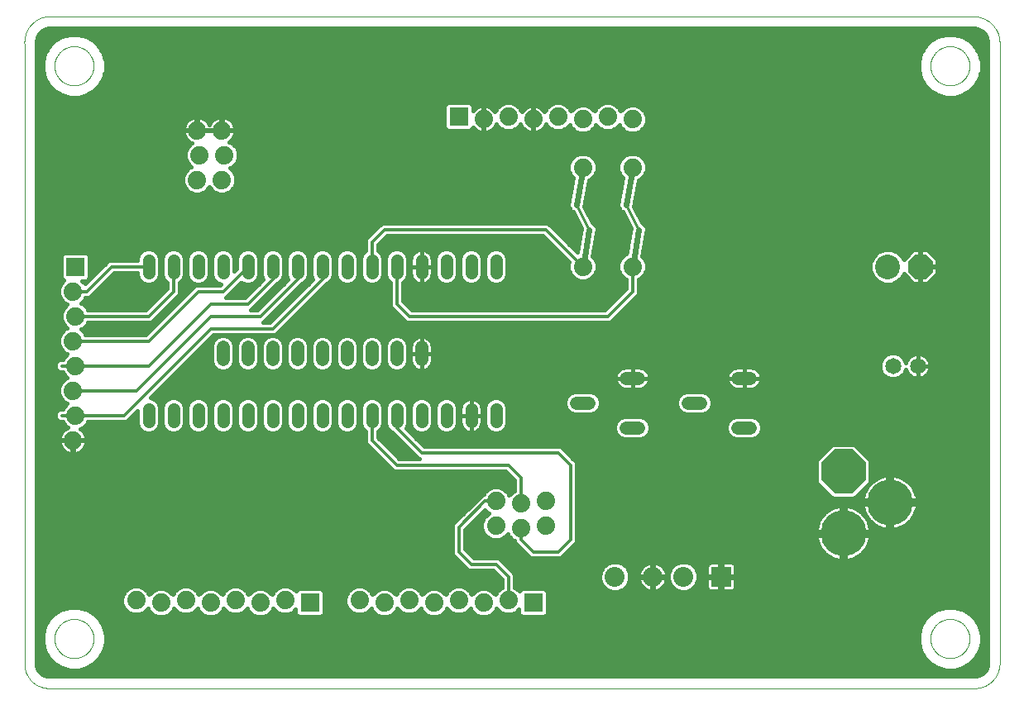
<source format=gbl>
G75*
%MOIN*%
%OFA0B0*%
%FSLAX25Y25*%
%IPPOS*%
%LPD*%
%AMOC8*
5,1,8,0,0,1.08239X$1,22.5*
%
%ADD10OC8,0.17717*%
%ADD11C,0.18504*%
%ADD12C,0.05150*%
%ADD13C,0.00000*%
%ADD14C,0.07400*%
%ADD15R,0.08000X0.08000*%
%ADD16C,0.08000*%
%ADD17C,0.10000*%
%ADD18OC8,0.10000*%
%ADD19C,0.06500*%
%ADD20R,0.07400X0.07400*%
%ADD21C,0.02400*%
%ADD22C,0.01000*%
%ADD23C,0.05200*%
%ADD24C,0.01600*%
%ADD25C,0.01200*%
D10*
X0335000Y0092500D03*
D11*
X0353750Y0080000D03*
X0335000Y0067500D03*
D12*
X0195000Y0112425D02*
X0195000Y0117575D01*
X0185000Y0117575D02*
X0185000Y0112425D01*
X0175000Y0112425D02*
X0175000Y0117575D01*
X0165000Y0117575D02*
X0165000Y0112425D01*
X0155000Y0112425D02*
X0155000Y0117575D01*
X0145000Y0117575D02*
X0145000Y0112425D01*
X0135000Y0112425D02*
X0135000Y0117575D01*
X0125000Y0117575D02*
X0125000Y0112425D01*
X0115000Y0112425D02*
X0115000Y0117575D01*
X0105000Y0117575D02*
X0105000Y0112425D01*
X0095000Y0112425D02*
X0095000Y0117575D01*
X0085000Y0117575D02*
X0085000Y0112425D01*
X0075000Y0112425D02*
X0075000Y0117575D01*
X0065000Y0117575D02*
X0065000Y0112425D01*
X0055000Y0112425D02*
X0055000Y0117575D01*
X0055000Y0172425D02*
X0055000Y0177575D01*
X0065000Y0177575D02*
X0065000Y0172425D01*
X0075000Y0172425D02*
X0075000Y0177575D01*
X0085000Y0177575D02*
X0085000Y0172425D01*
X0095000Y0172425D02*
X0095000Y0177575D01*
X0105000Y0177575D02*
X0105000Y0172425D01*
X0115000Y0172425D02*
X0115000Y0177575D01*
X0125000Y0177575D02*
X0125000Y0172425D01*
X0135000Y0172425D02*
X0135000Y0177575D01*
X0145000Y0177575D02*
X0145000Y0172425D01*
X0155000Y0172425D02*
X0155000Y0177575D01*
X0165000Y0177575D02*
X0165000Y0172425D01*
X0175000Y0172425D02*
X0175000Y0177575D01*
X0185000Y0177575D02*
X0185000Y0172425D01*
X0195000Y0172425D02*
X0195000Y0177575D01*
D13*
X0032559Y0005000D02*
X0014843Y0005000D01*
X0014605Y0005003D01*
X0014367Y0005011D01*
X0014130Y0005026D01*
X0013893Y0005046D01*
X0013657Y0005072D01*
X0013421Y0005103D01*
X0013186Y0005140D01*
X0012952Y0005183D01*
X0012719Y0005232D01*
X0012487Y0005286D01*
X0012257Y0005346D01*
X0012028Y0005411D01*
X0011801Y0005482D01*
X0011576Y0005558D01*
X0011353Y0005640D01*
X0011131Y0005727D01*
X0010912Y0005819D01*
X0010695Y0005917D01*
X0010481Y0006019D01*
X0010269Y0006127D01*
X0010059Y0006241D01*
X0009853Y0006359D01*
X0009649Y0006482D01*
X0009449Y0006610D01*
X0009252Y0006742D01*
X0009057Y0006880D01*
X0008867Y0007022D01*
X0008679Y0007169D01*
X0008496Y0007320D01*
X0008316Y0007475D01*
X0008140Y0007635D01*
X0007968Y0007799D01*
X0007799Y0007968D01*
X0007635Y0008140D01*
X0007475Y0008316D01*
X0007320Y0008496D01*
X0007169Y0008679D01*
X0007022Y0008867D01*
X0006880Y0009057D01*
X0006742Y0009252D01*
X0006610Y0009449D01*
X0006482Y0009649D01*
X0006359Y0009853D01*
X0006241Y0010059D01*
X0006127Y0010269D01*
X0006019Y0010481D01*
X0005917Y0010695D01*
X0005819Y0010912D01*
X0005727Y0011131D01*
X0005640Y0011353D01*
X0005558Y0011576D01*
X0005482Y0011801D01*
X0005411Y0012028D01*
X0005346Y0012257D01*
X0005286Y0012487D01*
X0005232Y0012719D01*
X0005183Y0012952D01*
X0005140Y0013186D01*
X0005103Y0013421D01*
X0005072Y0013657D01*
X0005046Y0013893D01*
X0005026Y0014130D01*
X0005011Y0014367D01*
X0005003Y0014605D01*
X0005000Y0014843D01*
X0005000Y0036500D01*
X0005000Y0265000D01*
X0004989Y0265252D01*
X0004984Y0265504D01*
X0004986Y0265757D01*
X0004993Y0266009D01*
X0005006Y0266261D01*
X0005026Y0266512D01*
X0005051Y0266763D01*
X0005083Y0267013D01*
X0005121Y0267263D01*
X0005164Y0267511D01*
X0005214Y0267758D01*
X0005270Y0268004D01*
X0005331Y0268249D01*
X0005399Y0268492D01*
X0005472Y0268733D01*
X0005551Y0268973D01*
X0005636Y0269210D01*
X0005727Y0269446D01*
X0005823Y0269679D01*
X0005925Y0269909D01*
X0006032Y0270138D01*
X0006145Y0270363D01*
X0006263Y0270586D01*
X0006387Y0270806D01*
X0006516Y0271022D01*
X0006650Y0271236D01*
X0006789Y0271446D01*
X0006934Y0271653D01*
X0007083Y0271857D01*
X0007237Y0272056D01*
X0007396Y0272252D01*
X0007560Y0272444D01*
X0007728Y0272632D01*
X0007900Y0272816D01*
X0008077Y0272995D01*
X0008259Y0273171D01*
X0008444Y0273342D01*
X0008634Y0273508D01*
X0008828Y0273670D01*
X0009025Y0273827D01*
X0009226Y0273979D01*
X0009431Y0274126D01*
X0009639Y0274268D01*
X0009851Y0274405D01*
X0010066Y0274537D01*
X0010284Y0274664D01*
X0010505Y0274786D01*
X0010729Y0274902D01*
X0010955Y0275012D01*
X0011185Y0275118D01*
X0011416Y0275217D01*
X0011650Y0275311D01*
X0011887Y0275399D01*
X0012125Y0275482D01*
X0012365Y0275559D01*
X0012607Y0275630D01*
X0012851Y0275695D01*
X0013096Y0275754D01*
X0013343Y0275807D01*
X0013590Y0275854D01*
X0013839Y0275895D01*
X0014089Y0275931D01*
X0014339Y0275960D01*
X0014591Y0275983D01*
X0014842Y0276000D01*
X0014843Y0276000D02*
X0064055Y0276000D01*
X0387598Y0276000D01*
X0387857Y0275989D01*
X0388115Y0275973D01*
X0388372Y0275950D01*
X0388630Y0275921D01*
X0388886Y0275886D01*
X0389141Y0275844D01*
X0389395Y0275797D01*
X0389648Y0275743D01*
X0389900Y0275683D01*
X0390150Y0275617D01*
X0390399Y0275545D01*
X0390646Y0275467D01*
X0390890Y0275384D01*
X0391133Y0275294D01*
X0391373Y0275198D01*
X0391611Y0275097D01*
X0391847Y0274990D01*
X0392080Y0274877D01*
X0392310Y0274759D01*
X0392537Y0274635D01*
X0392761Y0274506D01*
X0392982Y0274371D01*
X0393199Y0274231D01*
X0393413Y0274086D01*
X0393624Y0273936D01*
X0393831Y0273780D01*
X0394034Y0273620D01*
X0394233Y0273455D01*
X0394428Y0273285D01*
X0394619Y0273110D01*
X0394805Y0272931D01*
X0394988Y0272748D01*
X0395165Y0272560D01*
X0395339Y0272367D01*
X0395507Y0272171D01*
X0395671Y0271971D01*
X0395829Y0271766D01*
X0395983Y0271558D01*
X0396132Y0271347D01*
X0396276Y0271132D01*
X0396414Y0270913D01*
X0396547Y0270691D01*
X0396674Y0270466D01*
X0396797Y0270238D01*
X0396913Y0270007D01*
X0397024Y0269773D01*
X0397129Y0269537D01*
X0397229Y0269298D01*
X0397323Y0269057D01*
X0397411Y0268814D01*
X0397493Y0268568D01*
X0397569Y0268321D01*
X0397639Y0268072D01*
X0397703Y0267822D01*
X0397760Y0267569D01*
X0397812Y0267316D01*
X0397858Y0267061D01*
X0397897Y0266806D01*
X0397931Y0266549D01*
X0397958Y0266292D01*
X0397979Y0266034D01*
X0397993Y0265776D01*
X0398002Y0265517D01*
X0398004Y0265259D01*
X0398000Y0265000D01*
X0398000Y0243000D01*
X0398000Y0014843D01*
X0398000Y0014842D02*
X0397990Y0014598D01*
X0397975Y0014354D01*
X0397953Y0014110D01*
X0397926Y0013867D01*
X0397893Y0013624D01*
X0397854Y0013383D01*
X0397809Y0013142D01*
X0397758Y0012903D01*
X0397701Y0012665D01*
X0397639Y0012428D01*
X0397571Y0012193D01*
X0397498Y0011960D01*
X0397418Y0011728D01*
X0397334Y0011499D01*
X0397243Y0011271D01*
X0397147Y0011046D01*
X0397046Y0010823D01*
X0396940Y0010603D01*
X0396828Y0010385D01*
X0396711Y0010170D01*
X0396589Y0009958D01*
X0396461Y0009749D01*
X0396329Y0009544D01*
X0396192Y0009341D01*
X0396050Y0009142D01*
X0395903Y0008946D01*
X0395751Y0008754D01*
X0395595Y0008566D01*
X0395434Y0008381D01*
X0395269Y0008201D01*
X0395100Y0008024D01*
X0394926Y0007852D01*
X0394748Y0007683D01*
X0394567Y0007519D01*
X0394381Y0007360D01*
X0394191Y0007205D01*
X0393998Y0007055D01*
X0393802Y0006909D01*
X0393601Y0006769D01*
X0393398Y0006633D01*
X0393191Y0006502D01*
X0392981Y0006376D01*
X0392769Y0006255D01*
X0392553Y0006140D01*
X0392334Y0006029D01*
X0392113Y0005924D01*
X0391890Y0005825D01*
X0391664Y0005730D01*
X0391436Y0005642D01*
X0391206Y0005558D01*
X0390974Y0005481D01*
X0390740Y0005409D01*
X0390504Y0005343D01*
X0390267Y0005282D01*
X0390029Y0005227D01*
X0389789Y0005178D01*
X0389548Y0005135D01*
X0389307Y0005097D01*
X0389064Y0005066D01*
X0388821Y0005040D01*
X0388577Y0005020D01*
X0388332Y0005006D01*
X0388088Y0004998D01*
X0387843Y0004996D01*
X0387598Y0005000D01*
X0032559Y0005000D01*
X0017126Y0025000D02*
X0017128Y0025193D01*
X0017135Y0025386D01*
X0017147Y0025579D01*
X0017164Y0025772D01*
X0017185Y0025964D01*
X0017211Y0026155D01*
X0017242Y0026346D01*
X0017277Y0026536D01*
X0017317Y0026725D01*
X0017362Y0026913D01*
X0017411Y0027100D01*
X0017465Y0027286D01*
X0017523Y0027470D01*
X0017586Y0027653D01*
X0017654Y0027834D01*
X0017725Y0028013D01*
X0017802Y0028191D01*
X0017882Y0028367D01*
X0017967Y0028540D01*
X0018056Y0028712D01*
X0018149Y0028881D01*
X0018246Y0029048D01*
X0018348Y0029213D01*
X0018453Y0029375D01*
X0018562Y0029534D01*
X0018676Y0029691D01*
X0018793Y0029844D01*
X0018913Y0029995D01*
X0019038Y0030143D01*
X0019166Y0030288D01*
X0019297Y0030429D01*
X0019432Y0030568D01*
X0019571Y0030703D01*
X0019712Y0030834D01*
X0019857Y0030962D01*
X0020005Y0031087D01*
X0020156Y0031207D01*
X0020309Y0031324D01*
X0020466Y0031438D01*
X0020625Y0031547D01*
X0020787Y0031652D01*
X0020952Y0031754D01*
X0021119Y0031851D01*
X0021288Y0031944D01*
X0021460Y0032033D01*
X0021633Y0032118D01*
X0021809Y0032198D01*
X0021987Y0032275D01*
X0022166Y0032346D01*
X0022347Y0032414D01*
X0022530Y0032477D01*
X0022714Y0032535D01*
X0022900Y0032589D01*
X0023087Y0032638D01*
X0023275Y0032683D01*
X0023464Y0032723D01*
X0023654Y0032758D01*
X0023845Y0032789D01*
X0024036Y0032815D01*
X0024228Y0032836D01*
X0024421Y0032853D01*
X0024614Y0032865D01*
X0024807Y0032872D01*
X0025000Y0032874D01*
X0025193Y0032872D01*
X0025386Y0032865D01*
X0025579Y0032853D01*
X0025772Y0032836D01*
X0025964Y0032815D01*
X0026155Y0032789D01*
X0026346Y0032758D01*
X0026536Y0032723D01*
X0026725Y0032683D01*
X0026913Y0032638D01*
X0027100Y0032589D01*
X0027286Y0032535D01*
X0027470Y0032477D01*
X0027653Y0032414D01*
X0027834Y0032346D01*
X0028013Y0032275D01*
X0028191Y0032198D01*
X0028367Y0032118D01*
X0028540Y0032033D01*
X0028712Y0031944D01*
X0028881Y0031851D01*
X0029048Y0031754D01*
X0029213Y0031652D01*
X0029375Y0031547D01*
X0029534Y0031438D01*
X0029691Y0031324D01*
X0029844Y0031207D01*
X0029995Y0031087D01*
X0030143Y0030962D01*
X0030288Y0030834D01*
X0030429Y0030703D01*
X0030568Y0030568D01*
X0030703Y0030429D01*
X0030834Y0030288D01*
X0030962Y0030143D01*
X0031087Y0029995D01*
X0031207Y0029844D01*
X0031324Y0029691D01*
X0031438Y0029534D01*
X0031547Y0029375D01*
X0031652Y0029213D01*
X0031754Y0029048D01*
X0031851Y0028881D01*
X0031944Y0028712D01*
X0032033Y0028540D01*
X0032118Y0028367D01*
X0032198Y0028191D01*
X0032275Y0028013D01*
X0032346Y0027834D01*
X0032414Y0027653D01*
X0032477Y0027470D01*
X0032535Y0027286D01*
X0032589Y0027100D01*
X0032638Y0026913D01*
X0032683Y0026725D01*
X0032723Y0026536D01*
X0032758Y0026346D01*
X0032789Y0026155D01*
X0032815Y0025964D01*
X0032836Y0025772D01*
X0032853Y0025579D01*
X0032865Y0025386D01*
X0032872Y0025193D01*
X0032874Y0025000D01*
X0032872Y0024807D01*
X0032865Y0024614D01*
X0032853Y0024421D01*
X0032836Y0024228D01*
X0032815Y0024036D01*
X0032789Y0023845D01*
X0032758Y0023654D01*
X0032723Y0023464D01*
X0032683Y0023275D01*
X0032638Y0023087D01*
X0032589Y0022900D01*
X0032535Y0022714D01*
X0032477Y0022530D01*
X0032414Y0022347D01*
X0032346Y0022166D01*
X0032275Y0021987D01*
X0032198Y0021809D01*
X0032118Y0021633D01*
X0032033Y0021460D01*
X0031944Y0021288D01*
X0031851Y0021119D01*
X0031754Y0020952D01*
X0031652Y0020787D01*
X0031547Y0020625D01*
X0031438Y0020466D01*
X0031324Y0020309D01*
X0031207Y0020156D01*
X0031087Y0020005D01*
X0030962Y0019857D01*
X0030834Y0019712D01*
X0030703Y0019571D01*
X0030568Y0019432D01*
X0030429Y0019297D01*
X0030288Y0019166D01*
X0030143Y0019038D01*
X0029995Y0018913D01*
X0029844Y0018793D01*
X0029691Y0018676D01*
X0029534Y0018562D01*
X0029375Y0018453D01*
X0029213Y0018348D01*
X0029048Y0018246D01*
X0028881Y0018149D01*
X0028712Y0018056D01*
X0028540Y0017967D01*
X0028367Y0017882D01*
X0028191Y0017802D01*
X0028013Y0017725D01*
X0027834Y0017654D01*
X0027653Y0017586D01*
X0027470Y0017523D01*
X0027286Y0017465D01*
X0027100Y0017411D01*
X0026913Y0017362D01*
X0026725Y0017317D01*
X0026536Y0017277D01*
X0026346Y0017242D01*
X0026155Y0017211D01*
X0025964Y0017185D01*
X0025772Y0017164D01*
X0025579Y0017147D01*
X0025386Y0017135D01*
X0025193Y0017128D01*
X0025000Y0017126D01*
X0024807Y0017128D01*
X0024614Y0017135D01*
X0024421Y0017147D01*
X0024228Y0017164D01*
X0024036Y0017185D01*
X0023845Y0017211D01*
X0023654Y0017242D01*
X0023464Y0017277D01*
X0023275Y0017317D01*
X0023087Y0017362D01*
X0022900Y0017411D01*
X0022714Y0017465D01*
X0022530Y0017523D01*
X0022347Y0017586D01*
X0022166Y0017654D01*
X0021987Y0017725D01*
X0021809Y0017802D01*
X0021633Y0017882D01*
X0021460Y0017967D01*
X0021288Y0018056D01*
X0021119Y0018149D01*
X0020952Y0018246D01*
X0020787Y0018348D01*
X0020625Y0018453D01*
X0020466Y0018562D01*
X0020309Y0018676D01*
X0020156Y0018793D01*
X0020005Y0018913D01*
X0019857Y0019038D01*
X0019712Y0019166D01*
X0019571Y0019297D01*
X0019432Y0019432D01*
X0019297Y0019571D01*
X0019166Y0019712D01*
X0019038Y0019857D01*
X0018913Y0020005D01*
X0018793Y0020156D01*
X0018676Y0020309D01*
X0018562Y0020466D01*
X0018453Y0020625D01*
X0018348Y0020787D01*
X0018246Y0020952D01*
X0018149Y0021119D01*
X0018056Y0021288D01*
X0017967Y0021460D01*
X0017882Y0021633D01*
X0017802Y0021809D01*
X0017725Y0021987D01*
X0017654Y0022166D01*
X0017586Y0022347D01*
X0017523Y0022530D01*
X0017465Y0022714D01*
X0017411Y0022900D01*
X0017362Y0023087D01*
X0017317Y0023275D01*
X0017277Y0023464D01*
X0017242Y0023654D01*
X0017211Y0023845D01*
X0017185Y0024036D01*
X0017164Y0024228D01*
X0017147Y0024421D01*
X0017135Y0024614D01*
X0017128Y0024807D01*
X0017126Y0025000D01*
X0017126Y0256000D02*
X0017128Y0256193D01*
X0017135Y0256386D01*
X0017147Y0256579D01*
X0017164Y0256772D01*
X0017185Y0256964D01*
X0017211Y0257155D01*
X0017242Y0257346D01*
X0017277Y0257536D01*
X0017317Y0257725D01*
X0017362Y0257913D01*
X0017411Y0258100D01*
X0017465Y0258286D01*
X0017523Y0258470D01*
X0017586Y0258653D01*
X0017654Y0258834D01*
X0017725Y0259013D01*
X0017802Y0259191D01*
X0017882Y0259367D01*
X0017967Y0259540D01*
X0018056Y0259712D01*
X0018149Y0259881D01*
X0018246Y0260048D01*
X0018348Y0260213D01*
X0018453Y0260375D01*
X0018562Y0260534D01*
X0018676Y0260691D01*
X0018793Y0260844D01*
X0018913Y0260995D01*
X0019038Y0261143D01*
X0019166Y0261288D01*
X0019297Y0261429D01*
X0019432Y0261568D01*
X0019571Y0261703D01*
X0019712Y0261834D01*
X0019857Y0261962D01*
X0020005Y0262087D01*
X0020156Y0262207D01*
X0020309Y0262324D01*
X0020466Y0262438D01*
X0020625Y0262547D01*
X0020787Y0262652D01*
X0020952Y0262754D01*
X0021119Y0262851D01*
X0021288Y0262944D01*
X0021460Y0263033D01*
X0021633Y0263118D01*
X0021809Y0263198D01*
X0021987Y0263275D01*
X0022166Y0263346D01*
X0022347Y0263414D01*
X0022530Y0263477D01*
X0022714Y0263535D01*
X0022900Y0263589D01*
X0023087Y0263638D01*
X0023275Y0263683D01*
X0023464Y0263723D01*
X0023654Y0263758D01*
X0023845Y0263789D01*
X0024036Y0263815D01*
X0024228Y0263836D01*
X0024421Y0263853D01*
X0024614Y0263865D01*
X0024807Y0263872D01*
X0025000Y0263874D01*
X0025193Y0263872D01*
X0025386Y0263865D01*
X0025579Y0263853D01*
X0025772Y0263836D01*
X0025964Y0263815D01*
X0026155Y0263789D01*
X0026346Y0263758D01*
X0026536Y0263723D01*
X0026725Y0263683D01*
X0026913Y0263638D01*
X0027100Y0263589D01*
X0027286Y0263535D01*
X0027470Y0263477D01*
X0027653Y0263414D01*
X0027834Y0263346D01*
X0028013Y0263275D01*
X0028191Y0263198D01*
X0028367Y0263118D01*
X0028540Y0263033D01*
X0028712Y0262944D01*
X0028881Y0262851D01*
X0029048Y0262754D01*
X0029213Y0262652D01*
X0029375Y0262547D01*
X0029534Y0262438D01*
X0029691Y0262324D01*
X0029844Y0262207D01*
X0029995Y0262087D01*
X0030143Y0261962D01*
X0030288Y0261834D01*
X0030429Y0261703D01*
X0030568Y0261568D01*
X0030703Y0261429D01*
X0030834Y0261288D01*
X0030962Y0261143D01*
X0031087Y0260995D01*
X0031207Y0260844D01*
X0031324Y0260691D01*
X0031438Y0260534D01*
X0031547Y0260375D01*
X0031652Y0260213D01*
X0031754Y0260048D01*
X0031851Y0259881D01*
X0031944Y0259712D01*
X0032033Y0259540D01*
X0032118Y0259367D01*
X0032198Y0259191D01*
X0032275Y0259013D01*
X0032346Y0258834D01*
X0032414Y0258653D01*
X0032477Y0258470D01*
X0032535Y0258286D01*
X0032589Y0258100D01*
X0032638Y0257913D01*
X0032683Y0257725D01*
X0032723Y0257536D01*
X0032758Y0257346D01*
X0032789Y0257155D01*
X0032815Y0256964D01*
X0032836Y0256772D01*
X0032853Y0256579D01*
X0032865Y0256386D01*
X0032872Y0256193D01*
X0032874Y0256000D01*
X0032872Y0255807D01*
X0032865Y0255614D01*
X0032853Y0255421D01*
X0032836Y0255228D01*
X0032815Y0255036D01*
X0032789Y0254845D01*
X0032758Y0254654D01*
X0032723Y0254464D01*
X0032683Y0254275D01*
X0032638Y0254087D01*
X0032589Y0253900D01*
X0032535Y0253714D01*
X0032477Y0253530D01*
X0032414Y0253347D01*
X0032346Y0253166D01*
X0032275Y0252987D01*
X0032198Y0252809D01*
X0032118Y0252633D01*
X0032033Y0252460D01*
X0031944Y0252288D01*
X0031851Y0252119D01*
X0031754Y0251952D01*
X0031652Y0251787D01*
X0031547Y0251625D01*
X0031438Y0251466D01*
X0031324Y0251309D01*
X0031207Y0251156D01*
X0031087Y0251005D01*
X0030962Y0250857D01*
X0030834Y0250712D01*
X0030703Y0250571D01*
X0030568Y0250432D01*
X0030429Y0250297D01*
X0030288Y0250166D01*
X0030143Y0250038D01*
X0029995Y0249913D01*
X0029844Y0249793D01*
X0029691Y0249676D01*
X0029534Y0249562D01*
X0029375Y0249453D01*
X0029213Y0249348D01*
X0029048Y0249246D01*
X0028881Y0249149D01*
X0028712Y0249056D01*
X0028540Y0248967D01*
X0028367Y0248882D01*
X0028191Y0248802D01*
X0028013Y0248725D01*
X0027834Y0248654D01*
X0027653Y0248586D01*
X0027470Y0248523D01*
X0027286Y0248465D01*
X0027100Y0248411D01*
X0026913Y0248362D01*
X0026725Y0248317D01*
X0026536Y0248277D01*
X0026346Y0248242D01*
X0026155Y0248211D01*
X0025964Y0248185D01*
X0025772Y0248164D01*
X0025579Y0248147D01*
X0025386Y0248135D01*
X0025193Y0248128D01*
X0025000Y0248126D01*
X0024807Y0248128D01*
X0024614Y0248135D01*
X0024421Y0248147D01*
X0024228Y0248164D01*
X0024036Y0248185D01*
X0023845Y0248211D01*
X0023654Y0248242D01*
X0023464Y0248277D01*
X0023275Y0248317D01*
X0023087Y0248362D01*
X0022900Y0248411D01*
X0022714Y0248465D01*
X0022530Y0248523D01*
X0022347Y0248586D01*
X0022166Y0248654D01*
X0021987Y0248725D01*
X0021809Y0248802D01*
X0021633Y0248882D01*
X0021460Y0248967D01*
X0021288Y0249056D01*
X0021119Y0249149D01*
X0020952Y0249246D01*
X0020787Y0249348D01*
X0020625Y0249453D01*
X0020466Y0249562D01*
X0020309Y0249676D01*
X0020156Y0249793D01*
X0020005Y0249913D01*
X0019857Y0250038D01*
X0019712Y0250166D01*
X0019571Y0250297D01*
X0019432Y0250432D01*
X0019297Y0250571D01*
X0019166Y0250712D01*
X0019038Y0250857D01*
X0018913Y0251005D01*
X0018793Y0251156D01*
X0018676Y0251309D01*
X0018562Y0251466D01*
X0018453Y0251625D01*
X0018348Y0251787D01*
X0018246Y0251952D01*
X0018149Y0252119D01*
X0018056Y0252288D01*
X0017967Y0252460D01*
X0017882Y0252633D01*
X0017802Y0252809D01*
X0017725Y0252987D01*
X0017654Y0253166D01*
X0017586Y0253347D01*
X0017523Y0253530D01*
X0017465Y0253714D01*
X0017411Y0253900D01*
X0017362Y0254087D01*
X0017317Y0254275D01*
X0017277Y0254464D01*
X0017242Y0254654D01*
X0017211Y0254845D01*
X0017185Y0255036D01*
X0017164Y0255228D01*
X0017147Y0255421D01*
X0017135Y0255614D01*
X0017128Y0255807D01*
X0017126Y0256000D01*
X0370126Y0256000D02*
X0370128Y0256193D01*
X0370135Y0256386D01*
X0370147Y0256579D01*
X0370164Y0256772D01*
X0370185Y0256964D01*
X0370211Y0257155D01*
X0370242Y0257346D01*
X0370277Y0257536D01*
X0370317Y0257725D01*
X0370362Y0257913D01*
X0370411Y0258100D01*
X0370465Y0258286D01*
X0370523Y0258470D01*
X0370586Y0258653D01*
X0370654Y0258834D01*
X0370725Y0259013D01*
X0370802Y0259191D01*
X0370882Y0259367D01*
X0370967Y0259540D01*
X0371056Y0259712D01*
X0371149Y0259881D01*
X0371246Y0260048D01*
X0371348Y0260213D01*
X0371453Y0260375D01*
X0371562Y0260534D01*
X0371676Y0260691D01*
X0371793Y0260844D01*
X0371913Y0260995D01*
X0372038Y0261143D01*
X0372166Y0261288D01*
X0372297Y0261429D01*
X0372432Y0261568D01*
X0372571Y0261703D01*
X0372712Y0261834D01*
X0372857Y0261962D01*
X0373005Y0262087D01*
X0373156Y0262207D01*
X0373309Y0262324D01*
X0373466Y0262438D01*
X0373625Y0262547D01*
X0373787Y0262652D01*
X0373952Y0262754D01*
X0374119Y0262851D01*
X0374288Y0262944D01*
X0374460Y0263033D01*
X0374633Y0263118D01*
X0374809Y0263198D01*
X0374987Y0263275D01*
X0375166Y0263346D01*
X0375347Y0263414D01*
X0375530Y0263477D01*
X0375714Y0263535D01*
X0375900Y0263589D01*
X0376087Y0263638D01*
X0376275Y0263683D01*
X0376464Y0263723D01*
X0376654Y0263758D01*
X0376845Y0263789D01*
X0377036Y0263815D01*
X0377228Y0263836D01*
X0377421Y0263853D01*
X0377614Y0263865D01*
X0377807Y0263872D01*
X0378000Y0263874D01*
X0378193Y0263872D01*
X0378386Y0263865D01*
X0378579Y0263853D01*
X0378772Y0263836D01*
X0378964Y0263815D01*
X0379155Y0263789D01*
X0379346Y0263758D01*
X0379536Y0263723D01*
X0379725Y0263683D01*
X0379913Y0263638D01*
X0380100Y0263589D01*
X0380286Y0263535D01*
X0380470Y0263477D01*
X0380653Y0263414D01*
X0380834Y0263346D01*
X0381013Y0263275D01*
X0381191Y0263198D01*
X0381367Y0263118D01*
X0381540Y0263033D01*
X0381712Y0262944D01*
X0381881Y0262851D01*
X0382048Y0262754D01*
X0382213Y0262652D01*
X0382375Y0262547D01*
X0382534Y0262438D01*
X0382691Y0262324D01*
X0382844Y0262207D01*
X0382995Y0262087D01*
X0383143Y0261962D01*
X0383288Y0261834D01*
X0383429Y0261703D01*
X0383568Y0261568D01*
X0383703Y0261429D01*
X0383834Y0261288D01*
X0383962Y0261143D01*
X0384087Y0260995D01*
X0384207Y0260844D01*
X0384324Y0260691D01*
X0384438Y0260534D01*
X0384547Y0260375D01*
X0384652Y0260213D01*
X0384754Y0260048D01*
X0384851Y0259881D01*
X0384944Y0259712D01*
X0385033Y0259540D01*
X0385118Y0259367D01*
X0385198Y0259191D01*
X0385275Y0259013D01*
X0385346Y0258834D01*
X0385414Y0258653D01*
X0385477Y0258470D01*
X0385535Y0258286D01*
X0385589Y0258100D01*
X0385638Y0257913D01*
X0385683Y0257725D01*
X0385723Y0257536D01*
X0385758Y0257346D01*
X0385789Y0257155D01*
X0385815Y0256964D01*
X0385836Y0256772D01*
X0385853Y0256579D01*
X0385865Y0256386D01*
X0385872Y0256193D01*
X0385874Y0256000D01*
X0385872Y0255807D01*
X0385865Y0255614D01*
X0385853Y0255421D01*
X0385836Y0255228D01*
X0385815Y0255036D01*
X0385789Y0254845D01*
X0385758Y0254654D01*
X0385723Y0254464D01*
X0385683Y0254275D01*
X0385638Y0254087D01*
X0385589Y0253900D01*
X0385535Y0253714D01*
X0385477Y0253530D01*
X0385414Y0253347D01*
X0385346Y0253166D01*
X0385275Y0252987D01*
X0385198Y0252809D01*
X0385118Y0252633D01*
X0385033Y0252460D01*
X0384944Y0252288D01*
X0384851Y0252119D01*
X0384754Y0251952D01*
X0384652Y0251787D01*
X0384547Y0251625D01*
X0384438Y0251466D01*
X0384324Y0251309D01*
X0384207Y0251156D01*
X0384087Y0251005D01*
X0383962Y0250857D01*
X0383834Y0250712D01*
X0383703Y0250571D01*
X0383568Y0250432D01*
X0383429Y0250297D01*
X0383288Y0250166D01*
X0383143Y0250038D01*
X0382995Y0249913D01*
X0382844Y0249793D01*
X0382691Y0249676D01*
X0382534Y0249562D01*
X0382375Y0249453D01*
X0382213Y0249348D01*
X0382048Y0249246D01*
X0381881Y0249149D01*
X0381712Y0249056D01*
X0381540Y0248967D01*
X0381367Y0248882D01*
X0381191Y0248802D01*
X0381013Y0248725D01*
X0380834Y0248654D01*
X0380653Y0248586D01*
X0380470Y0248523D01*
X0380286Y0248465D01*
X0380100Y0248411D01*
X0379913Y0248362D01*
X0379725Y0248317D01*
X0379536Y0248277D01*
X0379346Y0248242D01*
X0379155Y0248211D01*
X0378964Y0248185D01*
X0378772Y0248164D01*
X0378579Y0248147D01*
X0378386Y0248135D01*
X0378193Y0248128D01*
X0378000Y0248126D01*
X0377807Y0248128D01*
X0377614Y0248135D01*
X0377421Y0248147D01*
X0377228Y0248164D01*
X0377036Y0248185D01*
X0376845Y0248211D01*
X0376654Y0248242D01*
X0376464Y0248277D01*
X0376275Y0248317D01*
X0376087Y0248362D01*
X0375900Y0248411D01*
X0375714Y0248465D01*
X0375530Y0248523D01*
X0375347Y0248586D01*
X0375166Y0248654D01*
X0374987Y0248725D01*
X0374809Y0248802D01*
X0374633Y0248882D01*
X0374460Y0248967D01*
X0374288Y0249056D01*
X0374119Y0249149D01*
X0373952Y0249246D01*
X0373787Y0249348D01*
X0373625Y0249453D01*
X0373466Y0249562D01*
X0373309Y0249676D01*
X0373156Y0249793D01*
X0373005Y0249913D01*
X0372857Y0250038D01*
X0372712Y0250166D01*
X0372571Y0250297D01*
X0372432Y0250432D01*
X0372297Y0250571D01*
X0372166Y0250712D01*
X0372038Y0250857D01*
X0371913Y0251005D01*
X0371793Y0251156D01*
X0371676Y0251309D01*
X0371562Y0251466D01*
X0371453Y0251625D01*
X0371348Y0251787D01*
X0371246Y0251952D01*
X0371149Y0252119D01*
X0371056Y0252288D01*
X0370967Y0252460D01*
X0370882Y0252633D01*
X0370802Y0252809D01*
X0370725Y0252987D01*
X0370654Y0253166D01*
X0370586Y0253347D01*
X0370523Y0253530D01*
X0370465Y0253714D01*
X0370411Y0253900D01*
X0370362Y0254087D01*
X0370317Y0254275D01*
X0370277Y0254464D01*
X0370242Y0254654D01*
X0370211Y0254845D01*
X0370185Y0255036D01*
X0370164Y0255228D01*
X0370147Y0255421D01*
X0370135Y0255614D01*
X0370128Y0255807D01*
X0370126Y0256000D01*
X0370126Y0025000D02*
X0370128Y0025193D01*
X0370135Y0025386D01*
X0370147Y0025579D01*
X0370164Y0025772D01*
X0370185Y0025964D01*
X0370211Y0026155D01*
X0370242Y0026346D01*
X0370277Y0026536D01*
X0370317Y0026725D01*
X0370362Y0026913D01*
X0370411Y0027100D01*
X0370465Y0027286D01*
X0370523Y0027470D01*
X0370586Y0027653D01*
X0370654Y0027834D01*
X0370725Y0028013D01*
X0370802Y0028191D01*
X0370882Y0028367D01*
X0370967Y0028540D01*
X0371056Y0028712D01*
X0371149Y0028881D01*
X0371246Y0029048D01*
X0371348Y0029213D01*
X0371453Y0029375D01*
X0371562Y0029534D01*
X0371676Y0029691D01*
X0371793Y0029844D01*
X0371913Y0029995D01*
X0372038Y0030143D01*
X0372166Y0030288D01*
X0372297Y0030429D01*
X0372432Y0030568D01*
X0372571Y0030703D01*
X0372712Y0030834D01*
X0372857Y0030962D01*
X0373005Y0031087D01*
X0373156Y0031207D01*
X0373309Y0031324D01*
X0373466Y0031438D01*
X0373625Y0031547D01*
X0373787Y0031652D01*
X0373952Y0031754D01*
X0374119Y0031851D01*
X0374288Y0031944D01*
X0374460Y0032033D01*
X0374633Y0032118D01*
X0374809Y0032198D01*
X0374987Y0032275D01*
X0375166Y0032346D01*
X0375347Y0032414D01*
X0375530Y0032477D01*
X0375714Y0032535D01*
X0375900Y0032589D01*
X0376087Y0032638D01*
X0376275Y0032683D01*
X0376464Y0032723D01*
X0376654Y0032758D01*
X0376845Y0032789D01*
X0377036Y0032815D01*
X0377228Y0032836D01*
X0377421Y0032853D01*
X0377614Y0032865D01*
X0377807Y0032872D01*
X0378000Y0032874D01*
X0378193Y0032872D01*
X0378386Y0032865D01*
X0378579Y0032853D01*
X0378772Y0032836D01*
X0378964Y0032815D01*
X0379155Y0032789D01*
X0379346Y0032758D01*
X0379536Y0032723D01*
X0379725Y0032683D01*
X0379913Y0032638D01*
X0380100Y0032589D01*
X0380286Y0032535D01*
X0380470Y0032477D01*
X0380653Y0032414D01*
X0380834Y0032346D01*
X0381013Y0032275D01*
X0381191Y0032198D01*
X0381367Y0032118D01*
X0381540Y0032033D01*
X0381712Y0031944D01*
X0381881Y0031851D01*
X0382048Y0031754D01*
X0382213Y0031652D01*
X0382375Y0031547D01*
X0382534Y0031438D01*
X0382691Y0031324D01*
X0382844Y0031207D01*
X0382995Y0031087D01*
X0383143Y0030962D01*
X0383288Y0030834D01*
X0383429Y0030703D01*
X0383568Y0030568D01*
X0383703Y0030429D01*
X0383834Y0030288D01*
X0383962Y0030143D01*
X0384087Y0029995D01*
X0384207Y0029844D01*
X0384324Y0029691D01*
X0384438Y0029534D01*
X0384547Y0029375D01*
X0384652Y0029213D01*
X0384754Y0029048D01*
X0384851Y0028881D01*
X0384944Y0028712D01*
X0385033Y0028540D01*
X0385118Y0028367D01*
X0385198Y0028191D01*
X0385275Y0028013D01*
X0385346Y0027834D01*
X0385414Y0027653D01*
X0385477Y0027470D01*
X0385535Y0027286D01*
X0385589Y0027100D01*
X0385638Y0026913D01*
X0385683Y0026725D01*
X0385723Y0026536D01*
X0385758Y0026346D01*
X0385789Y0026155D01*
X0385815Y0025964D01*
X0385836Y0025772D01*
X0385853Y0025579D01*
X0385865Y0025386D01*
X0385872Y0025193D01*
X0385874Y0025000D01*
X0385872Y0024807D01*
X0385865Y0024614D01*
X0385853Y0024421D01*
X0385836Y0024228D01*
X0385815Y0024036D01*
X0385789Y0023845D01*
X0385758Y0023654D01*
X0385723Y0023464D01*
X0385683Y0023275D01*
X0385638Y0023087D01*
X0385589Y0022900D01*
X0385535Y0022714D01*
X0385477Y0022530D01*
X0385414Y0022347D01*
X0385346Y0022166D01*
X0385275Y0021987D01*
X0385198Y0021809D01*
X0385118Y0021633D01*
X0385033Y0021460D01*
X0384944Y0021288D01*
X0384851Y0021119D01*
X0384754Y0020952D01*
X0384652Y0020787D01*
X0384547Y0020625D01*
X0384438Y0020466D01*
X0384324Y0020309D01*
X0384207Y0020156D01*
X0384087Y0020005D01*
X0383962Y0019857D01*
X0383834Y0019712D01*
X0383703Y0019571D01*
X0383568Y0019432D01*
X0383429Y0019297D01*
X0383288Y0019166D01*
X0383143Y0019038D01*
X0382995Y0018913D01*
X0382844Y0018793D01*
X0382691Y0018676D01*
X0382534Y0018562D01*
X0382375Y0018453D01*
X0382213Y0018348D01*
X0382048Y0018246D01*
X0381881Y0018149D01*
X0381712Y0018056D01*
X0381540Y0017967D01*
X0381367Y0017882D01*
X0381191Y0017802D01*
X0381013Y0017725D01*
X0380834Y0017654D01*
X0380653Y0017586D01*
X0380470Y0017523D01*
X0380286Y0017465D01*
X0380100Y0017411D01*
X0379913Y0017362D01*
X0379725Y0017317D01*
X0379536Y0017277D01*
X0379346Y0017242D01*
X0379155Y0017211D01*
X0378964Y0017185D01*
X0378772Y0017164D01*
X0378579Y0017147D01*
X0378386Y0017135D01*
X0378193Y0017128D01*
X0378000Y0017126D01*
X0377807Y0017128D01*
X0377614Y0017135D01*
X0377421Y0017147D01*
X0377228Y0017164D01*
X0377036Y0017185D01*
X0376845Y0017211D01*
X0376654Y0017242D01*
X0376464Y0017277D01*
X0376275Y0017317D01*
X0376087Y0017362D01*
X0375900Y0017411D01*
X0375714Y0017465D01*
X0375530Y0017523D01*
X0375347Y0017586D01*
X0375166Y0017654D01*
X0374987Y0017725D01*
X0374809Y0017802D01*
X0374633Y0017882D01*
X0374460Y0017967D01*
X0374288Y0018056D01*
X0374119Y0018149D01*
X0373952Y0018246D01*
X0373787Y0018348D01*
X0373625Y0018453D01*
X0373466Y0018562D01*
X0373309Y0018676D01*
X0373156Y0018793D01*
X0373005Y0018913D01*
X0372857Y0019038D01*
X0372712Y0019166D01*
X0372571Y0019297D01*
X0372432Y0019432D01*
X0372297Y0019571D01*
X0372166Y0019712D01*
X0372038Y0019857D01*
X0371913Y0020005D01*
X0371793Y0020156D01*
X0371676Y0020309D01*
X0371562Y0020466D01*
X0371453Y0020625D01*
X0371348Y0020787D01*
X0371246Y0020952D01*
X0371149Y0021119D01*
X0371056Y0021288D01*
X0370967Y0021460D01*
X0370882Y0021633D01*
X0370802Y0021809D01*
X0370725Y0021987D01*
X0370654Y0022166D01*
X0370586Y0022347D01*
X0370523Y0022530D01*
X0370465Y0022714D01*
X0370411Y0022900D01*
X0370362Y0023087D01*
X0370317Y0023275D01*
X0370277Y0023464D01*
X0370242Y0023654D01*
X0370211Y0023845D01*
X0370185Y0024036D01*
X0370164Y0024228D01*
X0370147Y0024421D01*
X0370135Y0024614D01*
X0370128Y0024807D01*
X0370126Y0025000D01*
D14*
X0215000Y0070500D03*
X0205000Y0069500D03*
X0195000Y0070500D03*
X0195000Y0080500D03*
X0205000Y0079500D03*
X0215000Y0080500D03*
X0200000Y0040500D03*
X0190000Y0039500D03*
X0180000Y0040500D03*
X0170000Y0039500D03*
X0160000Y0040500D03*
X0150000Y0039500D03*
X0140000Y0040500D03*
X0110000Y0040500D03*
X0100000Y0039500D03*
X0090000Y0040500D03*
X0080000Y0039500D03*
X0070000Y0040500D03*
X0060000Y0039500D03*
X0050000Y0040500D03*
X0024500Y0105000D03*
X0025500Y0115000D03*
X0024500Y0125000D03*
X0025500Y0135000D03*
X0024500Y0145000D03*
X0025500Y0155000D03*
X0024500Y0165000D03*
X0074500Y0210000D03*
X0084500Y0210000D03*
X0085500Y0220000D03*
X0075500Y0220000D03*
X0074500Y0230000D03*
X0084500Y0230000D03*
X0190000Y0234500D03*
X0200000Y0235500D03*
X0210000Y0234500D03*
X0220000Y0235500D03*
X0230000Y0234500D03*
X0240000Y0235500D03*
X0250000Y0234500D03*
X0250000Y0215000D03*
X0230000Y0215000D03*
X0230000Y0175000D03*
X0250000Y0175000D03*
D15*
X0285700Y0050000D03*
D16*
X0270520Y0050000D03*
X0258141Y0050000D03*
X0242961Y0050000D03*
D17*
X0352953Y0175000D03*
D18*
X0366063Y0175000D03*
D19*
X0365000Y0135000D03*
X0355000Y0135000D03*
D20*
X0210000Y0039500D03*
X0120000Y0039500D03*
X0025500Y0175000D03*
X0180000Y0235500D03*
D21*
X0230000Y0215000D02*
X0227500Y0200000D01*
X0232500Y0190000D02*
X0230000Y0175000D01*
X0250000Y0175000D02*
X0252500Y0190000D01*
X0247500Y0200000D02*
X0250000Y0215000D01*
D22*
X0247500Y0200000D02*
X0252500Y0190000D01*
X0232500Y0190000D02*
X0227500Y0200000D01*
D23*
X0165000Y0142600D02*
X0165000Y0137400D01*
X0155000Y0137400D02*
X0155000Y0142600D01*
X0145000Y0142600D02*
X0145000Y0137400D01*
X0135000Y0137400D02*
X0135000Y0142600D01*
X0125000Y0142600D02*
X0125000Y0137400D01*
X0115000Y0137400D02*
X0115000Y0142600D01*
X0105000Y0142600D02*
X0105000Y0137400D01*
X0095000Y0137400D02*
X0095000Y0142600D01*
X0085000Y0142600D02*
X0085000Y0137400D01*
X0227400Y0120000D02*
X0232600Y0120000D01*
X0247400Y0130000D02*
X0252600Y0130000D01*
X0272400Y0120000D02*
X0277600Y0120000D01*
X0292400Y0110000D02*
X0297600Y0110000D01*
X0297600Y0130000D02*
X0292400Y0130000D01*
X0252600Y0110000D02*
X0247400Y0110000D01*
D24*
X0243291Y0112100D02*
X0199575Y0112100D01*
X0199575Y0111515D02*
X0198878Y0109834D01*
X0197591Y0108547D01*
X0195910Y0107850D01*
X0194090Y0107850D01*
X0192409Y0108547D01*
X0191122Y0109834D01*
X0190425Y0111515D01*
X0190425Y0118485D01*
X0191122Y0120166D01*
X0192409Y0121453D01*
X0194090Y0122150D01*
X0195910Y0122150D01*
X0197591Y0121453D01*
X0198878Y0120166D01*
X0199575Y0118485D01*
X0199575Y0111515D01*
X0199155Y0110502D02*
X0242800Y0110502D01*
X0242800Y0110915D02*
X0242800Y0109085D01*
X0243500Y0107394D01*
X0244794Y0106100D01*
X0246485Y0105400D01*
X0253515Y0105400D01*
X0255206Y0106100D01*
X0256500Y0107394D01*
X0257200Y0109085D01*
X0257200Y0110915D01*
X0256500Y0112606D01*
X0255206Y0113900D01*
X0253515Y0114600D01*
X0246485Y0114600D01*
X0244794Y0113900D01*
X0243500Y0112606D01*
X0242800Y0110915D01*
X0242875Y0108903D02*
X0197948Y0108903D01*
X0199575Y0113699D02*
X0244593Y0113699D01*
X0243590Y0107305D02*
X0161372Y0107305D01*
X0162409Y0108547D02*
X0164090Y0107850D01*
X0165910Y0107850D01*
X0167591Y0108547D01*
X0168878Y0109834D01*
X0169575Y0111515D01*
X0169575Y0118485D01*
X0168878Y0120166D01*
X0167591Y0121453D01*
X0165910Y0122150D01*
X0164090Y0122150D01*
X0162409Y0121453D01*
X0161122Y0120166D01*
X0160425Y0118485D01*
X0160425Y0111515D01*
X0161122Y0109834D01*
X0162409Y0108547D01*
X0162052Y0108903D02*
X0159774Y0108903D01*
X0158861Y0109816D02*
X0158878Y0109834D01*
X0159575Y0111515D01*
X0159575Y0118485D01*
X0158878Y0120166D01*
X0157591Y0121453D01*
X0155910Y0122150D01*
X0154090Y0122150D01*
X0152409Y0121453D01*
X0151122Y0120166D01*
X0150425Y0118485D01*
X0150425Y0111515D01*
X0151122Y0109834D01*
X0152409Y0108547D01*
X0153036Y0108287D01*
X0162796Y0098527D01*
X0163527Y0097796D01*
X0164000Y0097600D01*
X0156077Y0097600D01*
X0147600Y0106077D01*
X0147600Y0108555D01*
X0148878Y0109834D01*
X0149575Y0111515D01*
X0149575Y0118485D01*
X0148878Y0120166D01*
X0147591Y0121453D01*
X0145910Y0122150D01*
X0144090Y0122150D01*
X0142409Y0121453D01*
X0141122Y0120166D01*
X0140425Y0118485D01*
X0140425Y0111515D01*
X0141122Y0109834D01*
X0142400Y0108555D01*
X0142400Y0104483D01*
X0142796Y0103527D01*
X0152796Y0093527D01*
X0153527Y0092796D01*
X0154483Y0092400D01*
X0198923Y0092400D01*
X0202400Y0088923D01*
X0202400Y0084593D01*
X0201771Y0084332D01*
X0200223Y0082784D01*
X0199832Y0083729D01*
X0198229Y0085332D01*
X0196134Y0086200D01*
X0193866Y0086200D01*
X0191771Y0085332D01*
X0190168Y0083729D01*
X0189892Y0083062D01*
X0189027Y0082704D01*
X0178527Y0072204D01*
X0177796Y0071473D01*
X0177400Y0070517D01*
X0177400Y0059483D01*
X0177796Y0058527D01*
X0182796Y0053527D01*
X0183527Y0052796D01*
X0184483Y0052400D01*
X0193923Y0052400D01*
X0197400Y0048923D01*
X0197400Y0045593D01*
X0196771Y0045332D01*
X0195168Y0043729D01*
X0194777Y0042784D01*
X0193229Y0044332D01*
X0191134Y0045200D01*
X0188866Y0045200D01*
X0186771Y0044332D01*
X0185223Y0042784D01*
X0184832Y0043729D01*
X0183229Y0045332D01*
X0181134Y0046200D01*
X0178866Y0046200D01*
X0176771Y0045332D01*
X0175168Y0043729D01*
X0174777Y0042784D01*
X0173229Y0044332D01*
X0171134Y0045200D01*
X0168866Y0045200D01*
X0166771Y0044332D01*
X0165223Y0042784D01*
X0164832Y0043729D01*
X0163229Y0045332D01*
X0161134Y0046200D01*
X0158866Y0046200D01*
X0156771Y0045332D01*
X0155168Y0043729D01*
X0154777Y0042784D01*
X0153229Y0044332D01*
X0151134Y0045200D01*
X0148866Y0045200D01*
X0146771Y0044332D01*
X0145223Y0042784D01*
X0144832Y0043729D01*
X0143229Y0045332D01*
X0141134Y0046200D01*
X0138866Y0046200D01*
X0136771Y0045332D01*
X0135168Y0043729D01*
X0134300Y0041634D01*
X0134300Y0039366D01*
X0135168Y0037271D01*
X0136771Y0035668D01*
X0138866Y0034800D01*
X0141134Y0034800D01*
X0143229Y0035668D01*
X0144777Y0037216D01*
X0145168Y0036271D01*
X0146771Y0034668D01*
X0148866Y0033800D01*
X0151134Y0033800D01*
X0153229Y0034668D01*
X0154832Y0036271D01*
X0155223Y0037216D01*
X0156771Y0035668D01*
X0158866Y0034800D01*
X0161134Y0034800D01*
X0163229Y0035668D01*
X0164777Y0037216D01*
X0165168Y0036271D01*
X0166771Y0034668D01*
X0168866Y0033800D01*
X0171134Y0033800D01*
X0173229Y0034668D01*
X0174832Y0036271D01*
X0175223Y0037216D01*
X0176771Y0035668D01*
X0178866Y0034800D01*
X0181134Y0034800D01*
X0183229Y0035668D01*
X0184777Y0037216D01*
X0185168Y0036271D01*
X0186771Y0034668D01*
X0188866Y0033800D01*
X0191134Y0033800D01*
X0193229Y0034668D01*
X0194832Y0036271D01*
X0195223Y0037216D01*
X0196771Y0035668D01*
X0198866Y0034800D01*
X0201134Y0034800D01*
X0203229Y0035668D01*
X0204300Y0036739D01*
X0204300Y0034972D01*
X0205472Y0033800D01*
X0214528Y0033800D01*
X0215700Y0034972D01*
X0215700Y0044028D01*
X0214528Y0045200D01*
X0205472Y0045200D01*
X0204416Y0044145D01*
X0203229Y0045332D01*
X0202600Y0045593D01*
X0202600Y0050517D01*
X0202204Y0051473D01*
X0196473Y0057204D01*
X0195517Y0057600D01*
X0186077Y0057600D01*
X0182600Y0061077D01*
X0182600Y0068923D01*
X0190558Y0076881D01*
X0191771Y0075668D01*
X0192176Y0075500D01*
X0191771Y0075332D01*
X0190168Y0073729D01*
X0189300Y0071634D01*
X0189300Y0069366D01*
X0190168Y0067271D01*
X0191771Y0065668D01*
X0193866Y0064800D01*
X0196134Y0064800D01*
X0198229Y0065668D01*
X0199777Y0067216D01*
X0200168Y0066271D01*
X0201771Y0064668D01*
X0202438Y0064392D01*
X0202796Y0063527D01*
X0208527Y0057796D01*
X0209483Y0057400D01*
X0220517Y0057400D01*
X0221473Y0057796D01*
X0222204Y0058527D01*
X0227204Y0063527D01*
X0227600Y0064483D01*
X0227600Y0095517D01*
X0227204Y0096473D01*
X0226473Y0097204D01*
X0221473Y0102204D01*
X0220517Y0102600D01*
X0166077Y0102600D01*
X0158861Y0109816D01*
X0159155Y0110502D02*
X0160845Y0110502D01*
X0160425Y0112100D02*
X0159575Y0112100D01*
X0159575Y0113699D02*
X0160425Y0113699D01*
X0160425Y0115297D02*
X0159575Y0115297D01*
X0159575Y0116896D02*
X0160425Y0116896D01*
X0160429Y0118494D02*
X0159571Y0118494D01*
X0158909Y0120093D02*
X0161091Y0120093D01*
X0162984Y0121691D02*
X0157016Y0121691D01*
X0152984Y0121691D02*
X0147016Y0121691D01*
X0148909Y0120093D02*
X0151091Y0120093D01*
X0150429Y0118494D02*
X0149571Y0118494D01*
X0149575Y0116896D02*
X0150425Y0116896D01*
X0150425Y0115297D02*
X0149575Y0115297D01*
X0149575Y0113699D02*
X0150425Y0113699D01*
X0150425Y0112100D02*
X0149575Y0112100D01*
X0149155Y0110502D02*
X0150845Y0110502D01*
X0152052Y0108903D02*
X0147948Y0108903D01*
X0147600Y0107305D02*
X0154018Y0107305D01*
X0155617Y0105706D02*
X0147971Y0105706D01*
X0149569Y0104108D02*
X0157215Y0104108D01*
X0158814Y0102509D02*
X0151168Y0102509D01*
X0152766Y0100911D02*
X0160412Y0100911D01*
X0162011Y0099312D02*
X0154365Y0099312D01*
X0155963Y0097714D02*
X0163726Y0097714D01*
X0164569Y0104108D02*
X0393200Y0104108D01*
X0393200Y0105706D02*
X0299254Y0105706D01*
X0298515Y0105400D02*
X0300206Y0106100D01*
X0301500Y0107394D01*
X0302200Y0109085D01*
X0302200Y0110915D01*
X0301500Y0112606D01*
X0300206Y0113900D01*
X0298515Y0114600D01*
X0291485Y0114600D01*
X0289794Y0113900D01*
X0288500Y0112606D01*
X0287800Y0110915D01*
X0287800Y0109085D01*
X0288500Y0107394D01*
X0289794Y0106100D01*
X0291485Y0105400D01*
X0298515Y0105400D01*
X0301410Y0107305D02*
X0393200Y0107305D01*
X0393200Y0108903D02*
X0302125Y0108903D01*
X0302200Y0110502D02*
X0393200Y0110502D01*
X0393200Y0112100D02*
X0301709Y0112100D01*
X0300407Y0113699D02*
X0393200Y0113699D01*
X0393200Y0115297D02*
X0199575Y0115297D01*
X0199575Y0116896D02*
X0223999Y0116896D01*
X0223500Y0117394D02*
X0224794Y0116100D01*
X0226485Y0115400D01*
X0233515Y0115400D01*
X0235206Y0116100D01*
X0236500Y0117394D01*
X0237200Y0119085D01*
X0237200Y0120915D01*
X0236500Y0122606D01*
X0235206Y0123900D01*
X0233515Y0124600D01*
X0226485Y0124600D01*
X0224794Y0123900D01*
X0223500Y0122606D01*
X0222800Y0120915D01*
X0222800Y0119085D01*
X0223500Y0117394D01*
X0223045Y0118494D02*
X0199571Y0118494D01*
X0198909Y0120093D02*
X0222800Y0120093D01*
X0223122Y0121691D02*
X0197016Y0121691D01*
X0192984Y0121691D02*
X0186488Y0121691D01*
X0186679Y0121629D02*
X0186024Y0121842D01*
X0185344Y0121950D01*
X0185000Y0121950D01*
X0184656Y0121950D01*
X0183976Y0121842D01*
X0183321Y0121629D01*
X0182707Y0121316D01*
X0182150Y0120912D01*
X0181663Y0120425D01*
X0181258Y0119868D01*
X0180946Y0119254D01*
X0180733Y0118599D01*
X0180625Y0117919D01*
X0180625Y0115000D01*
X0185000Y0115000D01*
X0189375Y0115000D01*
X0189375Y0117919D01*
X0189267Y0118599D01*
X0189054Y0119254D01*
X0188742Y0119868D01*
X0188337Y0120425D01*
X0187850Y0120912D01*
X0187293Y0121316D01*
X0186679Y0121629D01*
X0185000Y0121691D02*
X0185000Y0121691D01*
X0185000Y0121950D02*
X0185000Y0115000D01*
X0185000Y0115000D01*
X0185000Y0115000D01*
X0185000Y0121950D01*
X0183512Y0121691D02*
X0177016Y0121691D01*
X0177591Y0121453D02*
X0175910Y0122150D01*
X0174090Y0122150D01*
X0172409Y0121453D01*
X0171122Y0120166D01*
X0170425Y0118485D01*
X0170425Y0111515D01*
X0171122Y0109834D01*
X0172409Y0108547D01*
X0174090Y0107850D01*
X0175910Y0107850D01*
X0177591Y0108547D01*
X0178878Y0109834D01*
X0179575Y0111515D01*
X0179575Y0118485D01*
X0178878Y0120166D01*
X0177591Y0121453D01*
X0178909Y0120093D02*
X0181422Y0120093D01*
X0180716Y0118494D02*
X0179571Y0118494D01*
X0179575Y0116896D02*
X0180625Y0116896D01*
X0180625Y0115297D02*
X0179575Y0115297D01*
X0180625Y0115000D02*
X0180625Y0112081D01*
X0180733Y0111401D01*
X0180946Y0110746D01*
X0181258Y0110132D01*
X0181663Y0109575D01*
X0182150Y0109088D01*
X0182707Y0108684D01*
X0183321Y0108371D01*
X0183976Y0108158D01*
X0184656Y0108050D01*
X0185000Y0108050D01*
X0185000Y0115000D01*
X0189375Y0115000D01*
X0189375Y0112081D01*
X0189267Y0111401D01*
X0189054Y0110746D01*
X0188742Y0110132D01*
X0188337Y0109575D01*
X0187850Y0109088D01*
X0187293Y0108684D01*
X0186679Y0108371D01*
X0186024Y0108158D01*
X0185344Y0108050D01*
X0185000Y0108050D01*
X0185000Y0115000D01*
X0185000Y0115000D01*
X0185000Y0115000D01*
X0180625Y0115000D01*
X0180625Y0113699D02*
X0179575Y0113699D01*
X0179575Y0112100D02*
X0180625Y0112100D01*
X0181070Y0110502D02*
X0179155Y0110502D01*
X0177948Y0108903D02*
X0182405Y0108903D01*
X0185000Y0108903D02*
X0185000Y0108903D01*
X0185000Y0110502D02*
X0185000Y0110502D01*
X0185000Y0112100D02*
X0185000Y0112100D01*
X0185000Y0113699D02*
X0185000Y0113699D01*
X0185000Y0115297D02*
X0185000Y0115297D01*
X0185000Y0116896D02*
X0185000Y0116896D01*
X0185000Y0118494D02*
X0185000Y0118494D01*
X0185000Y0120093D02*
X0185000Y0120093D01*
X0188578Y0120093D02*
X0191091Y0120093D01*
X0190429Y0118494D02*
X0189284Y0118494D01*
X0189375Y0116896D02*
X0190425Y0116896D01*
X0190425Y0115297D02*
X0189375Y0115297D01*
X0189375Y0113699D02*
X0190425Y0113699D01*
X0190425Y0112100D02*
X0189375Y0112100D01*
X0188930Y0110502D02*
X0190845Y0110502D01*
X0192052Y0108903D02*
X0187595Y0108903D01*
X0172052Y0108903D02*
X0167948Y0108903D01*
X0169155Y0110502D02*
X0170845Y0110502D01*
X0170425Y0112100D02*
X0169575Y0112100D01*
X0169575Y0113699D02*
X0170425Y0113699D01*
X0170425Y0115297D02*
X0169575Y0115297D01*
X0169575Y0116896D02*
X0170425Y0116896D01*
X0170429Y0118494D02*
X0169571Y0118494D01*
X0168909Y0120093D02*
X0171091Y0120093D01*
X0172984Y0121691D02*
X0167016Y0121691D01*
X0165346Y0133000D02*
X0165000Y0133000D01*
X0165000Y0140000D01*
X0165000Y0140000D01*
X0165000Y0147000D01*
X0165346Y0147000D01*
X0166030Y0146892D01*
X0166689Y0146678D01*
X0167306Y0146363D01*
X0167866Y0145956D01*
X0168356Y0145466D01*
X0168763Y0144906D01*
X0169078Y0144289D01*
X0169292Y0143630D01*
X0169400Y0142946D01*
X0169400Y0140000D01*
X0165000Y0140000D01*
X0165000Y0140000D01*
X0165000Y0140000D01*
X0160600Y0140000D01*
X0160600Y0142946D01*
X0160708Y0143630D01*
X0160922Y0144289D01*
X0161237Y0144906D01*
X0161644Y0145466D01*
X0162134Y0145956D01*
X0162694Y0146363D01*
X0163311Y0146678D01*
X0163970Y0146892D01*
X0164654Y0147000D01*
X0165000Y0147000D01*
X0165000Y0140000D01*
X0169400Y0140000D01*
X0169400Y0137054D01*
X0169292Y0136370D01*
X0169078Y0135711D01*
X0168763Y0135094D01*
X0168356Y0134534D01*
X0167866Y0134044D01*
X0167306Y0133637D01*
X0166689Y0133322D01*
X0166030Y0133108D01*
X0165346Y0133000D01*
X0165000Y0133000D02*
X0165000Y0140000D01*
X0165000Y0140000D01*
X0160600Y0140000D01*
X0160600Y0137054D01*
X0160708Y0136370D01*
X0160922Y0135711D01*
X0161237Y0135094D01*
X0161644Y0134534D01*
X0162134Y0134044D01*
X0162694Y0133637D01*
X0163311Y0133322D01*
X0163970Y0133108D01*
X0164654Y0133000D01*
X0165000Y0133000D01*
X0165000Y0134479D02*
X0165000Y0134479D01*
X0165000Y0136078D02*
X0165000Y0136078D01*
X0165000Y0137676D02*
X0165000Y0137676D01*
X0165000Y0139275D02*
X0165000Y0139275D01*
X0165000Y0140873D02*
X0165000Y0140873D01*
X0165000Y0142472D02*
X0165000Y0142472D01*
X0165000Y0144070D02*
X0165000Y0144070D01*
X0165000Y0145669D02*
X0165000Y0145669D01*
X0168154Y0145669D02*
X0393200Y0145669D01*
X0393200Y0144070D02*
X0169149Y0144070D01*
X0169400Y0142472D02*
X0393200Y0142472D01*
X0393200Y0140873D02*
X0169400Y0140873D01*
X0169400Y0139275D02*
X0351850Y0139275D01*
X0352026Y0139451D02*
X0350549Y0137974D01*
X0349750Y0136044D01*
X0349750Y0133956D01*
X0350549Y0132026D01*
X0352026Y0130549D01*
X0353956Y0129750D01*
X0356044Y0129750D01*
X0357974Y0130549D01*
X0359451Y0132026D01*
X0360126Y0133657D01*
X0360320Y0133061D01*
X0360681Y0132353D01*
X0361148Y0131710D01*
X0361710Y0131148D01*
X0362353Y0130681D01*
X0363061Y0130320D01*
X0363817Y0130074D01*
X0364603Y0129950D01*
X0365000Y0129950D01*
X0365397Y0129950D01*
X0366183Y0130074D01*
X0366939Y0130320D01*
X0367647Y0130681D01*
X0368290Y0131148D01*
X0368852Y0131710D01*
X0369319Y0132353D01*
X0369680Y0133061D01*
X0369926Y0133817D01*
X0370050Y0134603D01*
X0370050Y0135000D01*
X0370050Y0135397D01*
X0369926Y0136183D01*
X0369680Y0136939D01*
X0369319Y0137647D01*
X0368852Y0138290D01*
X0368290Y0138852D01*
X0367647Y0139319D01*
X0366939Y0139680D01*
X0366183Y0139926D01*
X0365397Y0140050D01*
X0365000Y0140050D01*
X0365000Y0135000D01*
X0370050Y0135000D01*
X0365000Y0135000D01*
X0365000Y0135000D01*
X0365000Y0135000D01*
X0365000Y0129950D01*
X0365000Y0135000D01*
X0365000Y0135000D01*
X0365000Y0140050D01*
X0364603Y0140050D01*
X0363817Y0139926D01*
X0363061Y0139680D01*
X0362353Y0139319D01*
X0361710Y0138852D01*
X0361148Y0138290D01*
X0360681Y0137647D01*
X0360320Y0136939D01*
X0360126Y0136343D01*
X0359451Y0137974D01*
X0357974Y0139451D01*
X0356044Y0140250D01*
X0353956Y0140250D01*
X0352026Y0139451D01*
X0350426Y0137676D02*
X0169400Y0137676D01*
X0169197Y0136078D02*
X0349764Y0136078D01*
X0349750Y0134479D02*
X0168302Y0134479D01*
X0161698Y0134479D02*
X0158585Y0134479D01*
X0158900Y0134794D02*
X0159600Y0136485D01*
X0159600Y0143515D01*
X0158900Y0145206D01*
X0157606Y0146500D01*
X0155915Y0147200D01*
X0154085Y0147200D01*
X0152394Y0146500D01*
X0151100Y0145206D01*
X0150400Y0143515D01*
X0150400Y0136485D01*
X0151100Y0134794D01*
X0152394Y0133500D01*
X0154085Y0132800D01*
X0155915Y0132800D01*
X0157606Y0133500D01*
X0158900Y0134794D01*
X0159431Y0136078D02*
X0160803Y0136078D01*
X0160600Y0137676D02*
X0159600Y0137676D01*
X0159600Y0139275D02*
X0160600Y0139275D01*
X0160600Y0140873D02*
X0159600Y0140873D01*
X0159600Y0142472D02*
X0160600Y0142472D01*
X0160851Y0144070D02*
X0159370Y0144070D01*
X0158436Y0145669D02*
X0161846Y0145669D01*
X0159483Y0152400D02*
X0240517Y0152400D01*
X0241473Y0152796D01*
X0242204Y0153527D01*
X0252204Y0163527D01*
X0252600Y0164483D01*
X0252600Y0169907D01*
X0253229Y0170168D01*
X0254832Y0171771D01*
X0255700Y0173866D01*
X0255700Y0176134D01*
X0254832Y0178229D01*
X0253932Y0179129D01*
X0255761Y0190102D01*
X0255474Y0191342D01*
X0254734Y0192378D01*
X0253821Y0192947D01*
X0250632Y0199326D01*
X0252380Y0209816D01*
X0253229Y0210168D01*
X0254832Y0211771D01*
X0255700Y0213866D01*
X0255700Y0216134D01*
X0254832Y0218229D01*
X0253229Y0219832D01*
X0251134Y0220700D01*
X0248866Y0220700D01*
X0246771Y0219832D01*
X0245168Y0218229D01*
X0244300Y0216134D01*
X0244300Y0213866D01*
X0245168Y0211771D01*
X0246068Y0210871D01*
X0244239Y0199898D01*
X0244526Y0198658D01*
X0245266Y0197622D01*
X0246179Y0197053D01*
X0249368Y0190674D01*
X0247620Y0180184D01*
X0246771Y0179832D01*
X0245168Y0178229D01*
X0244300Y0176134D01*
X0244300Y0173866D01*
X0245168Y0171771D01*
X0246771Y0170168D01*
X0247400Y0169907D01*
X0247400Y0166077D01*
X0238923Y0157600D01*
X0161077Y0157600D01*
X0157600Y0161077D01*
X0157600Y0168555D01*
X0158878Y0169834D01*
X0159575Y0171515D01*
X0159575Y0178485D01*
X0158878Y0180166D01*
X0157591Y0181453D01*
X0155910Y0182150D01*
X0154090Y0182150D01*
X0152409Y0181453D01*
X0151122Y0180166D01*
X0150425Y0178485D01*
X0150425Y0171515D01*
X0151122Y0169834D01*
X0152400Y0168555D01*
X0152400Y0159483D01*
X0152796Y0158527D01*
X0153527Y0157796D01*
X0158527Y0152796D01*
X0159483Y0152400D01*
X0157661Y0153662D02*
X0112338Y0153662D01*
X0110740Y0152063D02*
X0393200Y0152063D01*
X0393200Y0150465D02*
X0109141Y0150465D01*
X0107543Y0148866D02*
X0393200Y0148866D01*
X0393200Y0147268D02*
X0080944Y0147268D01*
X0081077Y0147400D02*
X0105517Y0147400D01*
X0106473Y0147796D01*
X0107204Y0148527D01*
X0126964Y0168287D01*
X0127591Y0168547D01*
X0128878Y0169834D01*
X0129575Y0171515D01*
X0129575Y0178485D01*
X0128878Y0180166D01*
X0127591Y0181453D01*
X0125910Y0182150D01*
X0124090Y0182150D01*
X0122409Y0181453D01*
X0121122Y0180166D01*
X0120425Y0178485D01*
X0120425Y0171515D01*
X0121122Y0169834D01*
X0121139Y0169816D01*
X0103923Y0152600D01*
X0101000Y0152600D01*
X0101473Y0152796D01*
X0102204Y0153527D01*
X0116964Y0168287D01*
X0117591Y0168547D01*
X0118878Y0169834D01*
X0119575Y0171515D01*
X0119575Y0178485D01*
X0118878Y0180166D01*
X0117591Y0181453D01*
X0115910Y0182150D01*
X0114090Y0182150D01*
X0112409Y0181453D01*
X0111122Y0180166D01*
X0110425Y0178485D01*
X0110425Y0171515D01*
X0111122Y0169834D01*
X0111139Y0169816D01*
X0098923Y0157600D01*
X0096000Y0157600D01*
X0096473Y0157796D01*
X0097204Y0158527D01*
X0106964Y0168287D01*
X0107591Y0168547D01*
X0108878Y0169834D01*
X0109575Y0171515D01*
X0109575Y0178485D01*
X0108878Y0180166D01*
X0107591Y0181453D01*
X0105910Y0182150D01*
X0104090Y0182150D01*
X0102409Y0181453D01*
X0101122Y0180166D01*
X0100425Y0178485D01*
X0100425Y0171515D01*
X0101122Y0169834D01*
X0101139Y0169816D01*
X0093923Y0162600D01*
X0086000Y0162600D01*
X0086473Y0162796D01*
X0087204Y0163527D01*
X0092316Y0168639D01*
X0092409Y0168547D01*
X0094090Y0167850D01*
X0095910Y0167850D01*
X0097591Y0168547D01*
X0098878Y0169834D01*
X0099575Y0171515D01*
X0099575Y0178485D01*
X0098878Y0180166D01*
X0097591Y0181453D01*
X0095910Y0182150D01*
X0094090Y0182150D01*
X0092409Y0181453D01*
X0091122Y0180166D01*
X0090425Y0178485D01*
X0090425Y0174102D01*
X0089575Y0173252D01*
X0089575Y0178485D01*
X0088878Y0180166D01*
X0087591Y0181453D01*
X0085910Y0182150D01*
X0084090Y0182150D01*
X0082409Y0181453D01*
X0081122Y0180166D01*
X0080425Y0178485D01*
X0080425Y0171515D01*
X0081122Y0169834D01*
X0082409Y0168547D01*
X0084090Y0167850D01*
X0084173Y0167850D01*
X0083923Y0167600D01*
X0074483Y0167600D01*
X0073527Y0167204D01*
X0053923Y0147600D01*
X0029593Y0147600D01*
X0029332Y0148229D01*
X0027784Y0149777D01*
X0028729Y0150168D01*
X0030332Y0151771D01*
X0030593Y0152400D01*
X0055517Y0152400D01*
X0056473Y0152796D01*
X0057204Y0153527D01*
X0067204Y0163527D01*
X0067600Y0164483D01*
X0067600Y0168555D01*
X0068878Y0169834D01*
X0069575Y0171515D01*
X0069575Y0178485D01*
X0068878Y0180166D01*
X0067591Y0181453D01*
X0065910Y0182150D01*
X0064090Y0182150D01*
X0062409Y0181453D01*
X0061122Y0180166D01*
X0060425Y0178485D01*
X0060425Y0171515D01*
X0061122Y0169834D01*
X0062400Y0168555D01*
X0062400Y0166077D01*
X0053923Y0157600D01*
X0030593Y0157600D01*
X0030332Y0158229D01*
X0028729Y0159832D01*
X0027784Y0160223D01*
X0029332Y0161771D01*
X0029593Y0162400D01*
X0030517Y0162400D01*
X0031473Y0162796D01*
X0041077Y0172400D01*
X0050425Y0172400D01*
X0050425Y0171515D01*
X0051122Y0169834D01*
X0052409Y0168547D01*
X0054090Y0167850D01*
X0055910Y0167850D01*
X0057591Y0168547D01*
X0058878Y0169834D01*
X0059575Y0171515D01*
X0059575Y0178485D01*
X0058878Y0180166D01*
X0057591Y0181453D01*
X0055910Y0182150D01*
X0054090Y0182150D01*
X0052409Y0181453D01*
X0051122Y0180166D01*
X0050425Y0178485D01*
X0050425Y0177600D01*
X0039483Y0177600D01*
X0038527Y0177204D01*
X0037796Y0176473D01*
X0037796Y0176473D01*
X0029397Y0168073D01*
X0029332Y0168229D01*
X0028261Y0169300D01*
X0030028Y0169300D01*
X0031200Y0170472D01*
X0031200Y0179528D01*
X0030028Y0180700D01*
X0020972Y0180700D01*
X0019800Y0179528D01*
X0019800Y0170472D01*
X0020855Y0169416D01*
X0019668Y0168229D01*
X0018800Y0166134D01*
X0018800Y0163866D01*
X0019668Y0161771D01*
X0021271Y0160168D01*
X0022216Y0159777D01*
X0020668Y0158229D01*
X0019800Y0156134D01*
X0019800Y0153866D01*
X0020668Y0151771D01*
X0022216Y0150223D01*
X0021271Y0149832D01*
X0019668Y0148229D01*
X0018800Y0146134D01*
X0018800Y0143866D01*
X0019668Y0141771D01*
X0021271Y0140168D01*
X0022216Y0139777D01*
X0020668Y0138229D01*
X0020407Y0137600D01*
X0019483Y0137600D01*
X0018527Y0137204D01*
X0017796Y0136473D01*
X0017400Y0135517D01*
X0017400Y0134483D01*
X0017796Y0133527D01*
X0018527Y0132796D01*
X0019483Y0132400D01*
X0020407Y0132400D01*
X0020668Y0131771D01*
X0022216Y0130223D01*
X0021271Y0129832D01*
X0019668Y0128229D01*
X0018800Y0126134D01*
X0018800Y0123866D01*
X0019668Y0121771D01*
X0021271Y0120168D01*
X0022216Y0119777D01*
X0020668Y0118229D01*
X0020407Y0117600D01*
X0019483Y0117600D01*
X0018527Y0117204D01*
X0017796Y0116473D01*
X0017400Y0115517D01*
X0017400Y0114483D01*
X0017796Y0113527D01*
X0018527Y0112796D01*
X0019483Y0112400D01*
X0020407Y0112400D01*
X0020668Y0111771D01*
X0022271Y0110168D01*
X0022419Y0110107D01*
X0022389Y0110097D01*
X0021617Y0109704D01*
X0020917Y0109195D01*
X0020305Y0108583D01*
X0019796Y0107883D01*
X0019403Y0107111D01*
X0019135Y0106288D01*
X0019000Y0105433D01*
X0019000Y0105200D01*
X0024300Y0105200D01*
X0024300Y0104800D01*
X0024700Y0104800D01*
X0024700Y0105200D01*
X0030000Y0105200D01*
X0030000Y0105433D01*
X0029865Y0106288D01*
X0029597Y0107111D01*
X0029204Y0107883D01*
X0028695Y0108583D01*
X0028083Y0109195D01*
X0027465Y0109644D01*
X0028729Y0110168D01*
X0030332Y0111771D01*
X0030593Y0112400D01*
X0045517Y0112400D01*
X0046473Y0112796D01*
X0047204Y0113527D01*
X0050425Y0116748D01*
X0050425Y0111515D01*
X0051122Y0109834D01*
X0052409Y0108547D01*
X0054090Y0107850D01*
X0055910Y0107850D01*
X0057591Y0108547D01*
X0058878Y0109834D01*
X0059575Y0111515D01*
X0059575Y0118485D01*
X0058878Y0120166D01*
X0057591Y0121453D01*
X0055910Y0122150D01*
X0055827Y0122150D01*
X0081077Y0147400D01*
X0082394Y0146500D02*
X0084085Y0147200D01*
X0085915Y0147200D01*
X0087606Y0146500D01*
X0088900Y0145206D01*
X0089600Y0143515D01*
X0089600Y0136485D01*
X0088900Y0134794D01*
X0087606Y0133500D01*
X0085915Y0132800D01*
X0084085Y0132800D01*
X0082394Y0133500D01*
X0081100Y0134794D01*
X0080400Y0136485D01*
X0080400Y0143515D01*
X0081100Y0145206D01*
X0082394Y0146500D01*
X0081564Y0145669D02*
X0079346Y0145669D01*
X0080630Y0144070D02*
X0077747Y0144070D01*
X0076149Y0142472D02*
X0080400Y0142472D01*
X0080400Y0140873D02*
X0074550Y0140873D01*
X0072952Y0139275D02*
X0080400Y0139275D01*
X0080400Y0137676D02*
X0071353Y0137676D01*
X0069755Y0136078D02*
X0080569Y0136078D01*
X0081415Y0134479D02*
X0068156Y0134479D01*
X0066558Y0132881D02*
X0083890Y0132881D01*
X0086110Y0132881D02*
X0093890Y0132881D01*
X0094085Y0132800D02*
X0095915Y0132800D01*
X0097606Y0133500D01*
X0098900Y0134794D01*
X0099600Y0136485D01*
X0099600Y0143515D01*
X0098900Y0145206D01*
X0097606Y0146500D01*
X0095915Y0147200D01*
X0094085Y0147200D01*
X0092394Y0146500D01*
X0091100Y0145206D01*
X0090400Y0143515D01*
X0090400Y0136485D01*
X0091100Y0134794D01*
X0092394Y0133500D01*
X0094085Y0132800D01*
X0096110Y0132881D02*
X0103890Y0132881D01*
X0104085Y0132800D02*
X0105915Y0132800D01*
X0107606Y0133500D01*
X0108900Y0134794D01*
X0109600Y0136485D01*
X0109600Y0143515D01*
X0108900Y0145206D01*
X0107606Y0146500D01*
X0105915Y0147200D01*
X0104085Y0147200D01*
X0102394Y0146500D01*
X0101100Y0145206D01*
X0100400Y0143515D01*
X0100400Y0136485D01*
X0101100Y0134794D01*
X0102394Y0133500D01*
X0104085Y0132800D01*
X0106110Y0132881D02*
X0113890Y0132881D01*
X0114085Y0132800D02*
X0115915Y0132800D01*
X0117606Y0133500D01*
X0118900Y0134794D01*
X0119600Y0136485D01*
X0119600Y0143515D01*
X0118900Y0145206D01*
X0117606Y0146500D01*
X0115915Y0147200D01*
X0114085Y0147200D01*
X0112394Y0146500D01*
X0111100Y0145206D01*
X0110400Y0143515D01*
X0110400Y0136485D01*
X0111100Y0134794D01*
X0112394Y0133500D01*
X0114085Y0132800D01*
X0116110Y0132881D02*
X0123890Y0132881D01*
X0124085Y0132800D02*
X0125915Y0132800D01*
X0127606Y0133500D01*
X0128900Y0134794D01*
X0129600Y0136485D01*
X0129600Y0143515D01*
X0128900Y0145206D01*
X0127606Y0146500D01*
X0125915Y0147200D01*
X0124085Y0147200D01*
X0122394Y0146500D01*
X0121100Y0145206D01*
X0120400Y0143515D01*
X0120400Y0136485D01*
X0121100Y0134794D01*
X0122394Y0133500D01*
X0124085Y0132800D01*
X0126110Y0132881D02*
X0133890Y0132881D01*
X0134085Y0132800D02*
X0135915Y0132800D01*
X0137606Y0133500D01*
X0138900Y0134794D01*
X0139600Y0136485D01*
X0139600Y0143515D01*
X0138900Y0145206D01*
X0137606Y0146500D01*
X0135915Y0147200D01*
X0134085Y0147200D01*
X0132394Y0146500D01*
X0131100Y0145206D01*
X0130400Y0143515D01*
X0130400Y0136485D01*
X0131100Y0134794D01*
X0132394Y0133500D01*
X0134085Y0132800D01*
X0136110Y0132881D02*
X0143890Y0132881D01*
X0144085Y0132800D02*
X0145915Y0132800D01*
X0147606Y0133500D01*
X0148900Y0134794D01*
X0149600Y0136485D01*
X0149600Y0143515D01*
X0148900Y0145206D01*
X0147606Y0146500D01*
X0145915Y0147200D01*
X0144085Y0147200D01*
X0142394Y0146500D01*
X0141100Y0145206D01*
X0140400Y0143515D01*
X0140400Y0136485D01*
X0141100Y0134794D01*
X0142394Y0133500D01*
X0144085Y0132800D01*
X0146110Y0132881D02*
X0153890Y0132881D01*
X0156110Y0132881D02*
X0244058Y0132881D01*
X0244044Y0132866D02*
X0243637Y0132306D01*
X0243322Y0131689D01*
X0243108Y0131030D01*
X0243000Y0130346D01*
X0243000Y0130000D01*
X0250000Y0130000D01*
X0250000Y0130000D01*
X0250000Y0134400D01*
X0252946Y0134400D01*
X0253630Y0134292D01*
X0254289Y0134078D01*
X0254906Y0133763D01*
X0255466Y0133356D01*
X0255956Y0132866D01*
X0256363Y0132306D01*
X0256678Y0131689D01*
X0256892Y0131030D01*
X0257000Y0130346D01*
X0257000Y0130000D01*
X0250000Y0130000D01*
X0250000Y0130000D01*
X0250000Y0125600D01*
X0252946Y0125600D01*
X0253630Y0125708D01*
X0254289Y0125922D01*
X0254906Y0126237D01*
X0255466Y0126644D01*
X0255956Y0127134D01*
X0256363Y0127694D01*
X0256678Y0128311D01*
X0256892Y0128970D01*
X0257000Y0129654D01*
X0257000Y0130000D01*
X0250000Y0130000D01*
X0250000Y0130000D01*
X0250000Y0130000D01*
X0250000Y0134400D01*
X0247054Y0134400D01*
X0246370Y0134292D01*
X0245711Y0134078D01*
X0245094Y0133763D01*
X0244534Y0133356D01*
X0244044Y0132866D01*
X0243190Y0131282D02*
X0064959Y0131282D01*
X0063361Y0129684D02*
X0243000Y0129684D01*
X0243000Y0129654D02*
X0243108Y0128970D01*
X0243322Y0128311D01*
X0243637Y0127694D01*
X0244044Y0127134D01*
X0244534Y0126644D01*
X0245094Y0126237D01*
X0245711Y0125922D01*
X0246370Y0125708D01*
X0247054Y0125600D01*
X0250000Y0125600D01*
X0250000Y0130000D01*
X0243000Y0130000D01*
X0243000Y0129654D01*
X0243437Y0128085D02*
X0061762Y0128085D01*
X0060164Y0126487D02*
X0244750Y0126487D01*
X0250000Y0126487D02*
X0250000Y0126487D01*
X0250000Y0128085D02*
X0250000Y0128085D01*
X0250000Y0129684D02*
X0250000Y0129684D01*
X0250000Y0131282D02*
X0250000Y0131282D01*
X0250000Y0132881D02*
X0250000Y0132881D01*
X0255942Y0132881D02*
X0289058Y0132881D01*
X0289044Y0132866D02*
X0288637Y0132306D01*
X0288322Y0131689D01*
X0288108Y0131030D01*
X0288000Y0130346D01*
X0288000Y0130000D01*
X0295000Y0130000D01*
X0295000Y0130000D01*
X0295000Y0134400D01*
X0297946Y0134400D01*
X0298630Y0134292D01*
X0299289Y0134078D01*
X0299906Y0133763D01*
X0300466Y0133356D01*
X0300956Y0132866D01*
X0301363Y0132306D01*
X0301678Y0131689D01*
X0301892Y0131030D01*
X0302000Y0130346D01*
X0302000Y0130000D01*
X0295000Y0130000D01*
X0295000Y0130000D01*
X0295000Y0125600D01*
X0297946Y0125600D01*
X0298630Y0125708D01*
X0299289Y0125922D01*
X0299906Y0126237D01*
X0300466Y0126644D01*
X0300956Y0127134D01*
X0301363Y0127694D01*
X0301678Y0128311D01*
X0301892Y0128970D01*
X0302000Y0129654D01*
X0302000Y0130000D01*
X0295000Y0130000D01*
X0295000Y0130000D01*
X0295000Y0130000D01*
X0295000Y0134400D01*
X0292054Y0134400D01*
X0291370Y0134292D01*
X0290711Y0134078D01*
X0290094Y0133763D01*
X0289534Y0133356D01*
X0289044Y0132866D01*
X0288190Y0131282D02*
X0256810Y0131282D01*
X0257000Y0129684D02*
X0288000Y0129684D01*
X0288000Y0129654D02*
X0288108Y0128970D01*
X0288322Y0128311D01*
X0288637Y0127694D01*
X0289044Y0127134D01*
X0289534Y0126644D01*
X0290094Y0126237D01*
X0290711Y0125922D01*
X0291370Y0125708D01*
X0292054Y0125600D01*
X0295000Y0125600D01*
X0295000Y0130000D01*
X0288000Y0130000D01*
X0288000Y0129654D01*
X0288437Y0128085D02*
X0256563Y0128085D01*
X0255250Y0126487D02*
X0289750Y0126487D01*
X0295000Y0126487D02*
X0295000Y0126487D01*
X0295000Y0128085D02*
X0295000Y0128085D01*
X0295000Y0129684D02*
X0295000Y0129684D01*
X0295000Y0131282D02*
X0295000Y0131282D01*
X0295000Y0132881D02*
X0295000Y0132881D01*
X0300942Y0132881D02*
X0350195Y0132881D01*
X0351293Y0131282D02*
X0301810Y0131282D01*
X0302000Y0129684D02*
X0393200Y0129684D01*
X0393200Y0131282D02*
X0368424Y0131282D01*
X0369588Y0132881D02*
X0393200Y0132881D01*
X0393200Y0134479D02*
X0370030Y0134479D01*
X0369942Y0136078D02*
X0393200Y0136078D01*
X0393200Y0137676D02*
X0369298Y0137676D01*
X0367708Y0139275D02*
X0393200Y0139275D01*
X0393200Y0128085D02*
X0301563Y0128085D01*
X0300250Y0126487D02*
X0393200Y0126487D01*
X0393200Y0124888D02*
X0058565Y0124888D01*
X0056967Y0123290D02*
X0224184Y0123290D01*
X0235816Y0123290D02*
X0269184Y0123290D01*
X0269794Y0123900D02*
X0268500Y0122606D01*
X0267800Y0120915D01*
X0267800Y0119085D01*
X0268500Y0117394D01*
X0269794Y0116100D01*
X0271485Y0115400D01*
X0278515Y0115400D01*
X0280206Y0116100D01*
X0281500Y0117394D01*
X0282200Y0119085D01*
X0282200Y0120915D01*
X0281500Y0122606D01*
X0280206Y0123900D01*
X0278515Y0124600D01*
X0271485Y0124600D01*
X0269794Y0123900D01*
X0268122Y0121691D02*
X0236878Y0121691D01*
X0237200Y0120093D02*
X0267800Y0120093D01*
X0268045Y0118494D02*
X0236955Y0118494D01*
X0236001Y0116896D02*
X0268999Y0116896D01*
X0281001Y0116896D02*
X0393200Y0116896D01*
X0393200Y0118494D02*
X0281955Y0118494D01*
X0282200Y0120093D02*
X0393200Y0120093D01*
X0393200Y0121691D02*
X0281878Y0121691D01*
X0280816Y0123290D02*
X0393200Y0123290D01*
X0365000Y0131282D02*
X0365000Y0131282D01*
X0365000Y0132881D02*
X0365000Y0132881D01*
X0365000Y0134479D02*
X0365000Y0134479D01*
X0365000Y0136078D02*
X0365000Y0136078D01*
X0365000Y0137676D02*
X0365000Y0137676D01*
X0365000Y0139275D02*
X0365000Y0139275D01*
X0362292Y0139275D02*
X0358150Y0139275D01*
X0359574Y0137676D02*
X0360702Y0137676D01*
X0360412Y0132881D02*
X0359805Y0132881D01*
X0358707Y0131282D02*
X0361576Y0131282D01*
X0393200Y0153662D02*
X0242338Y0153662D01*
X0243937Y0155260D02*
X0393200Y0155260D01*
X0393200Y0156859D02*
X0245536Y0156859D01*
X0247134Y0158457D02*
X0393200Y0158457D01*
X0393200Y0160056D02*
X0248733Y0160056D01*
X0250331Y0161654D02*
X0393200Y0161654D01*
X0393200Y0163253D02*
X0251930Y0163253D01*
X0252600Y0164851D02*
X0393200Y0164851D01*
X0393200Y0166450D02*
X0252600Y0166450D01*
X0252600Y0168048D02*
X0351444Y0168048D01*
X0351560Y0168000D02*
X0354345Y0168000D01*
X0356918Y0169066D01*
X0358887Y0171035D01*
X0359334Y0172113D01*
X0363246Y0168200D01*
X0365863Y0168200D01*
X0365863Y0174800D01*
X0366263Y0174800D01*
X0366263Y0175200D01*
X0372863Y0175200D01*
X0372863Y0177817D01*
X0368880Y0181800D01*
X0366263Y0181800D01*
X0366263Y0175200D01*
X0365863Y0175200D01*
X0365863Y0181800D01*
X0363246Y0181800D01*
X0359334Y0177887D01*
X0358887Y0178965D01*
X0356918Y0180934D01*
X0354345Y0182000D01*
X0351560Y0182000D01*
X0348988Y0180934D01*
X0347018Y0178965D01*
X0345953Y0176392D01*
X0345953Y0173608D01*
X0347018Y0171035D01*
X0348988Y0169066D01*
X0351560Y0168000D01*
X0354461Y0168048D02*
X0393200Y0168048D01*
X0393200Y0169647D02*
X0370326Y0169647D01*
X0368880Y0168200D02*
X0372863Y0172183D01*
X0372863Y0174800D01*
X0366263Y0174800D01*
X0366263Y0168200D01*
X0368880Y0168200D01*
X0366263Y0169647D02*
X0365863Y0169647D01*
X0365863Y0171245D02*
X0366263Y0171245D01*
X0366263Y0172844D02*
X0365863Y0172844D01*
X0365863Y0174442D02*
X0366263Y0174442D01*
X0366263Y0176041D02*
X0365863Y0176041D01*
X0365863Y0177639D02*
X0366263Y0177639D01*
X0366263Y0179238D02*
X0365863Y0179238D01*
X0365863Y0180836D02*
X0366263Y0180836D01*
X0369843Y0180836D02*
X0393200Y0180836D01*
X0393200Y0179238D02*
X0371442Y0179238D01*
X0372863Y0177639D02*
X0393200Y0177639D01*
X0393200Y0176041D02*
X0372863Y0176041D01*
X0372863Y0174442D02*
X0393200Y0174442D01*
X0393200Y0172844D02*
X0372863Y0172844D01*
X0371925Y0171245D02*
X0393200Y0171245D01*
X0393200Y0182435D02*
X0254483Y0182435D01*
X0254750Y0184033D02*
X0393200Y0184033D01*
X0393200Y0185632D02*
X0255016Y0185632D01*
X0255282Y0187230D02*
X0393200Y0187230D01*
X0393200Y0188829D02*
X0255549Y0188829D01*
X0255686Y0190427D02*
X0393200Y0190427D01*
X0393200Y0192026D02*
X0254985Y0192026D01*
X0253483Y0193624D02*
X0393200Y0193624D01*
X0393200Y0195223D02*
X0252684Y0195223D01*
X0251884Y0196821D02*
X0393200Y0196821D01*
X0393200Y0198420D02*
X0251085Y0198420D01*
X0250747Y0200018D02*
X0393200Y0200018D01*
X0393200Y0201617D02*
X0251014Y0201617D01*
X0251280Y0203215D02*
X0393200Y0203215D01*
X0393200Y0204814D02*
X0251546Y0204814D01*
X0251813Y0206412D02*
X0393200Y0206412D01*
X0393200Y0208011D02*
X0252079Y0208011D01*
X0252346Y0209609D02*
X0393200Y0209609D01*
X0393200Y0211208D02*
X0254269Y0211208D01*
X0255261Y0212806D02*
X0393200Y0212806D01*
X0393200Y0214405D02*
X0255700Y0214405D01*
X0255700Y0216003D02*
X0393200Y0216003D01*
X0393200Y0217602D02*
X0255092Y0217602D01*
X0253860Y0219201D02*
X0393200Y0219201D01*
X0393200Y0220799D02*
X0091200Y0220799D01*
X0091200Y0221134D02*
X0090332Y0223229D01*
X0088729Y0224832D01*
X0087465Y0225356D01*
X0088083Y0225805D01*
X0088695Y0226417D01*
X0089204Y0227117D01*
X0089597Y0227889D01*
X0089865Y0228712D01*
X0090000Y0229567D01*
X0090000Y0229800D01*
X0084700Y0229800D01*
X0084700Y0230200D01*
X0090000Y0230200D01*
X0090000Y0230433D01*
X0089865Y0231288D01*
X0089597Y0232111D01*
X0089204Y0232883D01*
X0088695Y0233583D01*
X0088083Y0234195D01*
X0087383Y0234704D01*
X0086611Y0235097D01*
X0085788Y0235365D01*
X0084933Y0235500D01*
X0084700Y0235500D01*
X0084700Y0230200D01*
X0084300Y0230200D01*
X0084300Y0235500D01*
X0084067Y0235500D01*
X0083212Y0235365D01*
X0082389Y0235097D01*
X0081617Y0234704D01*
X0080917Y0234195D01*
X0080305Y0233583D01*
X0079796Y0232883D01*
X0079500Y0232302D01*
X0079204Y0232883D01*
X0078695Y0233583D01*
X0078083Y0234195D01*
X0077383Y0234704D01*
X0076611Y0235097D01*
X0075788Y0235365D01*
X0074933Y0235500D01*
X0074700Y0235500D01*
X0074700Y0230200D01*
X0074300Y0230200D01*
X0074300Y0235500D01*
X0074067Y0235500D01*
X0073212Y0235365D01*
X0072389Y0235097D01*
X0071617Y0234704D01*
X0070917Y0234195D01*
X0070305Y0233583D01*
X0069796Y0232883D01*
X0069403Y0232111D01*
X0069135Y0231288D01*
X0069000Y0230433D01*
X0069000Y0230200D01*
X0074300Y0230200D01*
X0074300Y0229800D01*
X0069000Y0229800D01*
X0069000Y0229567D01*
X0069135Y0228712D01*
X0069403Y0227889D01*
X0069796Y0227117D01*
X0070305Y0226417D01*
X0070917Y0225805D01*
X0071617Y0225296D01*
X0072389Y0224903D01*
X0072419Y0224893D01*
X0072271Y0224832D01*
X0070668Y0223229D01*
X0069800Y0221134D01*
X0069800Y0218866D01*
X0070668Y0216771D01*
X0072216Y0215223D01*
X0071271Y0214832D01*
X0069668Y0213229D01*
X0068800Y0211134D01*
X0068800Y0208866D01*
X0069668Y0206771D01*
X0071271Y0205168D01*
X0073366Y0204300D01*
X0075634Y0204300D01*
X0077729Y0205168D01*
X0079332Y0206771D01*
X0079500Y0207176D01*
X0079668Y0206771D01*
X0081271Y0205168D01*
X0083366Y0204300D01*
X0085634Y0204300D01*
X0087729Y0205168D01*
X0089332Y0206771D01*
X0090200Y0208866D01*
X0090200Y0211134D01*
X0089332Y0213229D01*
X0087784Y0214777D01*
X0088729Y0215168D01*
X0090332Y0216771D01*
X0091200Y0218866D01*
X0091200Y0221134D01*
X0090677Y0222398D02*
X0393200Y0222398D01*
X0393200Y0223996D02*
X0089565Y0223996D01*
X0087794Y0225595D02*
X0393200Y0225595D01*
X0393200Y0227193D02*
X0089243Y0227193D01*
X0089877Y0228792D02*
X0393200Y0228792D01*
X0393200Y0230390D02*
X0253951Y0230390D01*
X0253229Y0229668D02*
X0254832Y0231271D01*
X0255700Y0233366D01*
X0255700Y0235634D01*
X0254832Y0237729D01*
X0253229Y0239332D01*
X0251134Y0240200D01*
X0248866Y0240200D01*
X0246771Y0239332D01*
X0245223Y0237784D01*
X0244832Y0238729D01*
X0243229Y0240332D01*
X0241134Y0241200D01*
X0238866Y0241200D01*
X0236771Y0240332D01*
X0235168Y0238729D01*
X0234777Y0237784D01*
X0233229Y0239332D01*
X0231134Y0240200D01*
X0228866Y0240200D01*
X0226771Y0239332D01*
X0225223Y0237784D01*
X0224832Y0238729D01*
X0223229Y0240332D01*
X0221134Y0241200D01*
X0218866Y0241200D01*
X0216771Y0240332D01*
X0215168Y0238729D01*
X0214644Y0237465D01*
X0214195Y0238083D01*
X0213583Y0238695D01*
X0212883Y0239204D01*
X0212111Y0239597D01*
X0211288Y0239865D01*
X0210433Y0240000D01*
X0210200Y0240000D01*
X0210200Y0234700D01*
X0209800Y0234700D01*
X0209800Y0240000D01*
X0209567Y0240000D01*
X0208712Y0239865D01*
X0207889Y0239597D01*
X0207117Y0239204D01*
X0206417Y0238695D01*
X0205805Y0238083D01*
X0205356Y0237465D01*
X0204832Y0238729D01*
X0203229Y0240332D01*
X0201134Y0241200D01*
X0198866Y0241200D01*
X0196771Y0240332D01*
X0195168Y0238729D01*
X0194644Y0237465D01*
X0194195Y0238083D01*
X0193583Y0238695D01*
X0192883Y0239204D01*
X0192111Y0239597D01*
X0191288Y0239865D01*
X0190433Y0240000D01*
X0190200Y0240000D01*
X0190200Y0234700D01*
X0189800Y0234700D01*
X0189800Y0240000D01*
X0189567Y0240000D01*
X0188712Y0239865D01*
X0187889Y0239597D01*
X0187117Y0239204D01*
X0186417Y0238695D01*
X0185805Y0238083D01*
X0185700Y0237939D01*
X0185700Y0240028D01*
X0184528Y0241200D01*
X0175472Y0241200D01*
X0174300Y0240028D01*
X0174300Y0230972D01*
X0175472Y0229800D01*
X0184528Y0229800D01*
X0185700Y0230972D01*
X0185700Y0231061D01*
X0185805Y0230917D01*
X0186417Y0230305D01*
X0187117Y0229796D01*
X0187889Y0229403D01*
X0188712Y0229135D01*
X0189567Y0229000D01*
X0189800Y0229000D01*
X0189800Y0234300D01*
X0190200Y0234300D01*
X0190200Y0229000D01*
X0190433Y0229000D01*
X0191288Y0229135D01*
X0192111Y0229403D01*
X0192883Y0229796D01*
X0193583Y0230305D01*
X0194195Y0230917D01*
X0194704Y0231617D01*
X0195097Y0232389D01*
X0195107Y0232419D01*
X0195168Y0232271D01*
X0196771Y0230668D01*
X0198866Y0229800D01*
X0201134Y0229800D01*
X0203229Y0230668D01*
X0204832Y0232271D01*
X0204893Y0232419D01*
X0204903Y0232389D01*
X0205296Y0231617D01*
X0205805Y0230917D01*
X0206417Y0230305D01*
X0207117Y0229796D01*
X0207889Y0229403D01*
X0208712Y0229135D01*
X0209567Y0229000D01*
X0209800Y0229000D01*
X0209800Y0234300D01*
X0210200Y0234300D01*
X0210200Y0229000D01*
X0210433Y0229000D01*
X0211288Y0229135D01*
X0212111Y0229403D01*
X0212883Y0229796D01*
X0213583Y0230305D01*
X0214195Y0230917D01*
X0214704Y0231617D01*
X0215097Y0232389D01*
X0215107Y0232419D01*
X0215168Y0232271D01*
X0216771Y0230668D01*
X0218866Y0229800D01*
X0221134Y0229800D01*
X0223229Y0230668D01*
X0224777Y0232216D01*
X0225168Y0231271D01*
X0226771Y0229668D01*
X0228866Y0228800D01*
X0231134Y0228800D01*
X0233229Y0229668D01*
X0234832Y0231271D01*
X0235223Y0232216D01*
X0236771Y0230668D01*
X0238866Y0229800D01*
X0241134Y0229800D01*
X0243229Y0230668D01*
X0244777Y0232216D01*
X0245168Y0231271D01*
X0246771Y0229668D01*
X0248866Y0228800D01*
X0251134Y0228800D01*
X0253229Y0229668D01*
X0255129Y0231989D02*
X0393200Y0231989D01*
X0393200Y0233587D02*
X0255700Y0233587D01*
X0255700Y0235186D02*
X0393200Y0235186D01*
X0393200Y0236784D02*
X0255224Y0236784D01*
X0254178Y0238383D02*
X0393200Y0238383D01*
X0393200Y0239981D02*
X0251662Y0239981D01*
X0248338Y0239981D02*
X0243580Y0239981D01*
X0244976Y0238383D02*
X0245822Y0238383D01*
X0236420Y0239981D02*
X0231662Y0239981D01*
X0234178Y0238383D02*
X0235024Y0238383D01*
X0228338Y0239981D02*
X0223580Y0239981D01*
X0224976Y0238383D02*
X0225822Y0238383D01*
X0216420Y0239981D02*
X0210552Y0239981D01*
X0210200Y0239981D02*
X0209800Y0239981D01*
X0209448Y0239981D02*
X0203580Y0239981D01*
X0204976Y0238383D02*
X0206104Y0238383D01*
X0209800Y0238383D02*
X0210200Y0238383D01*
X0210200Y0236784D02*
X0209800Y0236784D01*
X0209800Y0235186D02*
X0210200Y0235186D01*
X0210200Y0233587D02*
X0209800Y0233587D01*
X0209800Y0231989D02*
X0210200Y0231989D01*
X0210200Y0230390D02*
X0209800Y0230390D01*
X0206332Y0230390D02*
X0202558Y0230390D01*
X0204550Y0231989D02*
X0205107Y0231989D01*
X0197442Y0230390D02*
X0193668Y0230390D01*
X0194893Y0231989D02*
X0195450Y0231989D01*
X0190200Y0231989D02*
X0189800Y0231989D01*
X0189800Y0233587D02*
X0190200Y0233587D01*
X0190200Y0235186D02*
X0189800Y0235186D01*
X0189800Y0236784D02*
X0190200Y0236784D01*
X0190200Y0238383D02*
X0189800Y0238383D01*
X0189800Y0239981D02*
X0190200Y0239981D01*
X0190552Y0239981D02*
X0196420Y0239981D01*
X0195024Y0238383D02*
X0193895Y0238383D01*
X0189448Y0239981D02*
X0185700Y0239981D01*
X0185700Y0238383D02*
X0186104Y0238383D01*
X0174300Y0238383D02*
X0009800Y0238383D01*
X0009800Y0239981D02*
X0174300Y0239981D01*
X0174300Y0236784D02*
X0009800Y0236784D01*
X0009800Y0235186D02*
X0072661Y0235186D01*
X0074300Y0235186D02*
X0074700Y0235186D01*
X0074700Y0233587D02*
X0074300Y0233587D01*
X0074300Y0231989D02*
X0074700Y0231989D01*
X0074700Y0230390D02*
X0074300Y0230390D01*
X0074700Y0230200D02*
X0084300Y0230200D01*
X0084300Y0229800D01*
X0080000Y0229800D01*
X0074700Y0229800D01*
X0074700Y0230200D01*
X0078691Y0233587D02*
X0080309Y0233587D01*
X0082661Y0235186D02*
X0076339Y0235186D01*
X0084300Y0235186D02*
X0084700Y0235186D01*
X0084700Y0233587D02*
X0084300Y0233587D01*
X0084300Y0231989D02*
X0084700Y0231989D01*
X0084700Y0230390D02*
X0084300Y0230390D01*
X0088691Y0233587D02*
X0174300Y0233587D01*
X0174300Y0231989D02*
X0089637Y0231989D01*
X0090000Y0230390D02*
X0174881Y0230390D01*
X0174300Y0235186D02*
X0086339Y0235186D01*
X0070309Y0233587D02*
X0009800Y0233587D01*
X0009800Y0231989D02*
X0069363Y0231989D01*
X0069000Y0230390D02*
X0009800Y0230390D01*
X0009800Y0228792D02*
X0069123Y0228792D01*
X0069757Y0227193D02*
X0009800Y0227193D01*
X0009800Y0225595D02*
X0071206Y0225595D01*
X0071435Y0223996D02*
X0009800Y0223996D01*
X0009800Y0222398D02*
X0070323Y0222398D01*
X0069800Y0220799D02*
X0009800Y0220799D01*
X0009800Y0219201D02*
X0069800Y0219201D01*
X0070324Y0217602D02*
X0009800Y0217602D01*
X0009800Y0216003D02*
X0071435Y0216003D01*
X0070844Y0214405D02*
X0009800Y0214405D01*
X0009800Y0212806D02*
X0069493Y0212806D01*
X0068831Y0211208D02*
X0009800Y0211208D01*
X0009800Y0209609D02*
X0068800Y0209609D01*
X0069154Y0208011D02*
X0009800Y0208011D01*
X0009800Y0206412D02*
X0070027Y0206412D01*
X0072125Y0204814D02*
X0009800Y0204814D01*
X0009800Y0203215D02*
X0224792Y0203215D01*
X0224525Y0201617D02*
X0009800Y0201617D01*
X0009800Y0200018D02*
X0224259Y0200018D01*
X0224239Y0199898D02*
X0224526Y0198658D01*
X0225266Y0197622D01*
X0226179Y0197053D01*
X0229368Y0190674D01*
X0227745Y0180932D01*
X0216473Y0192204D01*
X0215517Y0192600D01*
X0149483Y0192600D01*
X0148527Y0192204D01*
X0147796Y0191473D01*
X0142796Y0186473D01*
X0142400Y0185517D01*
X0142400Y0181445D01*
X0141122Y0180166D01*
X0140425Y0178485D01*
X0140425Y0171515D01*
X0141122Y0169834D01*
X0142409Y0168547D01*
X0144090Y0167850D01*
X0145910Y0167850D01*
X0147591Y0168547D01*
X0148878Y0169834D01*
X0149575Y0171515D01*
X0149575Y0178485D01*
X0148878Y0180166D01*
X0147600Y0181445D01*
X0147600Y0183923D01*
X0151077Y0187400D01*
X0213923Y0187400D01*
X0224560Y0176763D01*
X0224300Y0176134D01*
X0224300Y0173866D01*
X0225168Y0171771D01*
X0226771Y0170168D01*
X0228866Y0169300D01*
X0231134Y0169300D01*
X0233229Y0170168D01*
X0234832Y0171771D01*
X0235700Y0173866D01*
X0235700Y0176134D01*
X0234832Y0178229D01*
X0233932Y0179129D01*
X0235761Y0190102D01*
X0235474Y0191342D01*
X0234734Y0192378D01*
X0233821Y0192947D01*
X0230632Y0199326D01*
X0232380Y0209816D01*
X0233229Y0210168D01*
X0234832Y0211771D01*
X0235700Y0213866D01*
X0235700Y0216134D01*
X0234832Y0218229D01*
X0233229Y0219832D01*
X0231134Y0220700D01*
X0228866Y0220700D01*
X0226771Y0219832D01*
X0225168Y0218229D01*
X0224300Y0216134D01*
X0224300Y0213866D01*
X0225168Y0211771D01*
X0226068Y0210871D01*
X0224239Y0199898D01*
X0224696Y0198420D02*
X0009800Y0198420D01*
X0009800Y0196821D02*
X0226294Y0196821D01*
X0227093Y0195223D02*
X0009800Y0195223D01*
X0009800Y0193624D02*
X0227893Y0193624D01*
X0228692Y0192026D02*
X0216651Y0192026D01*
X0218250Y0190427D02*
X0229327Y0190427D01*
X0229061Y0188829D02*
X0219848Y0188829D01*
X0221447Y0187230D02*
X0228794Y0187230D01*
X0228528Y0185632D02*
X0223045Y0185632D01*
X0224644Y0184033D02*
X0228261Y0184033D01*
X0227995Y0182435D02*
X0226242Y0182435D01*
X0222085Y0179238D02*
X0199263Y0179238D01*
X0199575Y0178485D02*
X0198878Y0180166D01*
X0197591Y0181453D01*
X0195910Y0182150D01*
X0194090Y0182150D01*
X0192409Y0181453D01*
X0191122Y0180166D01*
X0190425Y0178485D01*
X0190425Y0171515D01*
X0191122Y0169834D01*
X0192409Y0168547D01*
X0194090Y0167850D01*
X0195910Y0167850D01*
X0197591Y0168547D01*
X0198878Y0169834D01*
X0199575Y0171515D01*
X0199575Y0178485D01*
X0199575Y0177639D02*
X0223684Y0177639D01*
X0224300Y0176041D02*
X0199575Y0176041D01*
X0199575Y0174442D02*
X0224300Y0174442D01*
X0224724Y0172844D02*
X0199575Y0172844D01*
X0199463Y0171245D02*
X0225694Y0171245D01*
X0228029Y0169647D02*
X0198691Y0169647D01*
X0196387Y0168048D02*
X0247400Y0168048D01*
X0247400Y0166450D02*
X0157600Y0166450D01*
X0157600Y0168048D02*
X0173613Y0168048D01*
X0174090Y0167850D02*
X0172409Y0168547D01*
X0171122Y0169834D01*
X0170425Y0171515D01*
X0170425Y0178485D01*
X0171122Y0180166D01*
X0172409Y0181453D01*
X0174090Y0182150D01*
X0175910Y0182150D01*
X0177591Y0181453D01*
X0178878Y0180166D01*
X0179575Y0178485D01*
X0179575Y0171515D01*
X0178878Y0169834D01*
X0177591Y0168547D01*
X0175910Y0167850D01*
X0174090Y0167850D01*
X0176387Y0168048D02*
X0183613Y0168048D01*
X0184090Y0167850D02*
X0185910Y0167850D01*
X0187591Y0168547D01*
X0188878Y0169834D01*
X0189575Y0171515D01*
X0189575Y0178485D01*
X0188878Y0180166D01*
X0187591Y0181453D01*
X0185910Y0182150D01*
X0184090Y0182150D01*
X0182409Y0181453D01*
X0181122Y0180166D01*
X0180425Y0178485D01*
X0180425Y0171515D01*
X0181122Y0169834D01*
X0182409Y0168547D01*
X0184090Y0167850D01*
X0186387Y0168048D02*
X0193613Y0168048D01*
X0191309Y0169647D02*
X0188691Y0169647D01*
X0189463Y0171245D02*
X0190537Y0171245D01*
X0190425Y0172844D02*
X0189575Y0172844D01*
X0189575Y0174442D02*
X0190425Y0174442D01*
X0190425Y0176041D02*
X0189575Y0176041D01*
X0189575Y0177639D02*
X0190425Y0177639D01*
X0190737Y0179238D02*
X0189263Y0179238D01*
X0188208Y0180836D02*
X0191792Y0180836D01*
X0198208Y0180836D02*
X0220487Y0180836D01*
X0218888Y0182435D02*
X0147600Y0182435D01*
X0147710Y0184033D02*
X0217290Y0184033D01*
X0215691Y0185632D02*
X0149309Y0185632D01*
X0150907Y0187230D02*
X0214093Y0187230D01*
X0231884Y0196821D02*
X0246294Y0196821D01*
X0247093Y0195223D02*
X0232684Y0195223D01*
X0233483Y0193624D02*
X0247893Y0193624D01*
X0248692Y0192026D02*
X0234985Y0192026D01*
X0235686Y0190427D02*
X0249327Y0190427D01*
X0249061Y0188829D02*
X0235549Y0188829D01*
X0235282Y0187230D02*
X0248794Y0187230D01*
X0248528Y0185632D02*
X0235016Y0185632D01*
X0234750Y0184033D02*
X0248261Y0184033D01*
X0247995Y0182435D02*
X0234483Y0182435D01*
X0234217Y0180836D02*
X0247729Y0180836D01*
X0246177Y0179238D02*
X0233950Y0179238D01*
X0235076Y0177639D02*
X0244924Y0177639D01*
X0244300Y0176041D02*
X0235700Y0176041D01*
X0235700Y0174442D02*
X0244300Y0174442D01*
X0244724Y0172844D02*
X0235276Y0172844D01*
X0234306Y0171245D02*
X0245694Y0171245D01*
X0247400Y0169647D02*
X0231971Y0169647D01*
X0241379Y0160056D02*
X0158621Y0160056D01*
X0157600Y0161654D02*
X0242977Y0161654D01*
X0244576Y0163253D02*
X0157600Y0163253D01*
X0157600Y0164851D02*
X0246174Y0164851D01*
X0252600Y0169647D02*
X0348407Y0169647D01*
X0346931Y0171245D02*
X0254306Y0171245D01*
X0255276Y0172844D02*
X0346269Y0172844D01*
X0345953Y0174442D02*
X0255700Y0174442D01*
X0255700Y0176041D02*
X0345953Y0176041D01*
X0346469Y0177639D02*
X0255076Y0177639D01*
X0253950Y0179238D02*
X0347291Y0179238D01*
X0348890Y0180836D02*
X0254217Y0180836D01*
X0244696Y0198420D02*
X0231085Y0198420D01*
X0230747Y0200018D02*
X0244259Y0200018D01*
X0244525Y0201617D02*
X0231014Y0201617D01*
X0231280Y0203215D02*
X0244792Y0203215D01*
X0245058Y0204814D02*
X0231546Y0204814D01*
X0231813Y0206412D02*
X0245325Y0206412D01*
X0245591Y0208011D02*
X0232079Y0208011D01*
X0232346Y0209609D02*
X0245857Y0209609D01*
X0245731Y0211208D02*
X0234269Y0211208D01*
X0235261Y0212806D02*
X0244739Y0212806D01*
X0244300Y0214405D02*
X0235700Y0214405D01*
X0235700Y0216003D02*
X0244300Y0216003D01*
X0244908Y0217602D02*
X0235092Y0217602D01*
X0233860Y0219201D02*
X0246139Y0219201D01*
X0246049Y0230390D02*
X0242558Y0230390D01*
X0244550Y0231989D02*
X0244871Y0231989D01*
X0237442Y0230390D02*
X0233951Y0230390D01*
X0235129Y0231989D02*
X0235450Y0231989D01*
X0226049Y0230390D02*
X0222558Y0230390D01*
X0224550Y0231989D02*
X0224871Y0231989D01*
X0217442Y0230390D02*
X0213668Y0230390D01*
X0214893Y0231989D02*
X0215450Y0231989D01*
X0215024Y0238383D02*
X0213895Y0238383D01*
X0190200Y0230390D02*
X0189800Y0230390D01*
X0186332Y0230390D02*
X0185119Y0230390D01*
X0224300Y0216003D02*
X0089565Y0216003D01*
X0090676Y0217602D02*
X0224908Y0217602D01*
X0226139Y0219201D02*
X0091200Y0219201D01*
X0088156Y0214405D02*
X0224300Y0214405D01*
X0224739Y0212806D02*
X0089507Y0212806D01*
X0090169Y0211208D02*
X0225731Y0211208D01*
X0225857Y0209609D02*
X0090200Y0209609D01*
X0089846Y0208011D02*
X0225591Y0208011D01*
X0225325Y0206412D02*
X0088973Y0206412D01*
X0086875Y0204814D02*
X0225058Y0204814D01*
X0181792Y0180836D02*
X0178208Y0180836D01*
X0179263Y0179238D02*
X0180737Y0179238D01*
X0180425Y0177639D02*
X0179575Y0177639D01*
X0179575Y0176041D02*
X0180425Y0176041D01*
X0180425Y0174442D02*
X0179575Y0174442D01*
X0179575Y0172844D02*
X0180425Y0172844D01*
X0180537Y0171245D02*
X0179463Y0171245D01*
X0178691Y0169647D02*
X0181309Y0169647D01*
X0171309Y0169647D02*
X0168389Y0169647D01*
X0168337Y0169575D02*
X0168742Y0170132D01*
X0169054Y0170746D01*
X0169267Y0171401D01*
X0169375Y0172081D01*
X0169375Y0175000D01*
X0169375Y0177919D01*
X0169267Y0178599D01*
X0169054Y0179254D01*
X0168742Y0179868D01*
X0168337Y0180425D01*
X0167850Y0180912D01*
X0167293Y0181316D01*
X0166679Y0181629D01*
X0166024Y0181842D01*
X0165344Y0181950D01*
X0165000Y0181950D01*
X0164656Y0181950D01*
X0163976Y0181842D01*
X0163321Y0181629D01*
X0162707Y0181316D01*
X0162150Y0180912D01*
X0161663Y0180425D01*
X0161258Y0179868D01*
X0160946Y0179254D01*
X0160733Y0178599D01*
X0160625Y0177919D01*
X0160625Y0175000D01*
X0165000Y0175000D01*
X0169375Y0175000D01*
X0165000Y0175000D01*
X0165000Y0175000D01*
X0165000Y0175000D01*
X0165000Y0181950D01*
X0165000Y0175000D01*
X0165000Y0168050D01*
X0165000Y0175000D01*
X0165000Y0175000D01*
X0165000Y0175000D01*
X0160625Y0175000D01*
X0160625Y0172081D01*
X0160733Y0171401D01*
X0160946Y0170746D01*
X0161258Y0170132D01*
X0161663Y0169575D01*
X0162150Y0169088D01*
X0162707Y0168684D01*
X0163321Y0168371D01*
X0163976Y0168158D01*
X0164656Y0168050D01*
X0165000Y0168050D01*
X0165344Y0168050D01*
X0166024Y0168158D01*
X0166679Y0168371D01*
X0167293Y0168684D01*
X0167850Y0169088D01*
X0168337Y0169575D01*
X0169217Y0171245D02*
X0170537Y0171245D01*
X0170425Y0172844D02*
X0169375Y0172844D01*
X0169375Y0174442D02*
X0170425Y0174442D01*
X0170425Y0176041D02*
X0169375Y0176041D01*
X0169375Y0177639D02*
X0170425Y0177639D01*
X0170737Y0179238D02*
X0169060Y0179238D01*
X0167925Y0180836D02*
X0171792Y0180836D01*
X0165000Y0180836D02*
X0165000Y0180836D01*
X0165000Y0179238D02*
X0165000Y0179238D01*
X0165000Y0177639D02*
X0165000Y0177639D01*
X0165000Y0176041D02*
X0165000Y0176041D01*
X0165000Y0174442D02*
X0165000Y0174442D01*
X0165000Y0172844D02*
X0165000Y0172844D01*
X0165000Y0171245D02*
X0165000Y0171245D01*
X0165000Y0169647D02*
X0165000Y0169647D01*
X0161611Y0169647D02*
X0158691Y0169647D01*
X0159463Y0171245D02*
X0160783Y0171245D01*
X0160625Y0172844D02*
X0159575Y0172844D01*
X0159575Y0174442D02*
X0160625Y0174442D01*
X0160625Y0176041D02*
X0159575Y0176041D01*
X0159575Y0177639D02*
X0160625Y0177639D01*
X0160940Y0179238D02*
X0159263Y0179238D01*
X0158208Y0180836D02*
X0162075Y0180836D01*
X0151792Y0180836D02*
X0148208Y0180836D01*
X0149263Y0179238D02*
X0150737Y0179238D01*
X0150425Y0177639D02*
X0149575Y0177639D01*
X0149575Y0176041D02*
X0150425Y0176041D01*
X0150425Y0174442D02*
X0149575Y0174442D01*
X0149575Y0172844D02*
X0150425Y0172844D01*
X0150537Y0171245D02*
X0149463Y0171245D01*
X0148691Y0169647D02*
X0151309Y0169647D01*
X0152400Y0168048D02*
X0146387Y0168048D01*
X0143613Y0168048D02*
X0136387Y0168048D01*
X0135910Y0167850D02*
X0137591Y0168547D01*
X0138878Y0169834D01*
X0139575Y0171515D01*
X0139575Y0178485D01*
X0138878Y0180166D01*
X0137591Y0181453D01*
X0135910Y0182150D01*
X0134090Y0182150D01*
X0132409Y0181453D01*
X0131122Y0180166D01*
X0130425Y0178485D01*
X0130425Y0171515D01*
X0131122Y0169834D01*
X0132409Y0168547D01*
X0134090Y0167850D01*
X0135910Y0167850D01*
X0133613Y0168048D02*
X0126725Y0168048D01*
X0125127Y0166450D02*
X0152400Y0166450D01*
X0152400Y0164851D02*
X0123528Y0164851D01*
X0121930Y0163253D02*
X0152400Y0163253D01*
X0152400Y0161654D02*
X0120331Y0161654D01*
X0118733Y0160056D02*
X0152400Y0160056D01*
X0152866Y0158457D02*
X0117134Y0158457D01*
X0115536Y0156859D02*
X0154464Y0156859D01*
X0156063Y0155260D02*
X0113937Y0155260D01*
X0109780Y0158457D02*
X0107134Y0158457D01*
X0108182Y0156859D02*
X0105536Y0156859D01*
X0106583Y0155260D02*
X0103937Y0155260D01*
X0104985Y0153662D02*
X0102338Y0153662D01*
X0099780Y0158457D02*
X0097134Y0158457D01*
X0098733Y0160056D02*
X0101379Y0160056D01*
X0100331Y0161654D02*
X0102977Y0161654D01*
X0101930Y0163253D02*
X0104576Y0163253D01*
X0103528Y0164851D02*
X0106174Y0164851D01*
X0105127Y0166450D02*
X0107773Y0166450D01*
X0106725Y0168048D02*
X0109371Y0168048D01*
X0108691Y0169647D02*
X0110970Y0169647D01*
X0110537Y0171245D02*
X0109463Y0171245D01*
X0109575Y0172844D02*
X0110425Y0172844D01*
X0110425Y0174442D02*
X0109575Y0174442D01*
X0109575Y0176041D02*
X0110425Y0176041D01*
X0110425Y0177639D02*
X0109575Y0177639D01*
X0109263Y0179238D02*
X0110737Y0179238D01*
X0111792Y0180836D02*
X0108208Y0180836D01*
X0101792Y0180836D02*
X0098208Y0180836D01*
X0099263Y0179238D02*
X0100737Y0179238D01*
X0100425Y0177639D02*
X0099575Y0177639D01*
X0099575Y0176041D02*
X0100425Y0176041D01*
X0100425Y0174442D02*
X0099575Y0174442D01*
X0099575Y0172844D02*
X0100425Y0172844D01*
X0100537Y0171245D02*
X0099463Y0171245D01*
X0098691Y0169647D02*
X0100970Y0169647D01*
X0099371Y0168048D02*
X0096387Y0168048D01*
X0097773Y0166450D02*
X0090127Y0166450D01*
X0091725Y0168048D02*
X0093613Y0168048D01*
X0096174Y0164851D02*
X0088528Y0164851D01*
X0086930Y0163253D02*
X0094576Y0163253D01*
X0083613Y0168048D02*
X0076387Y0168048D01*
X0075910Y0167850D02*
X0077591Y0168547D01*
X0078878Y0169834D01*
X0079575Y0171515D01*
X0079575Y0178485D01*
X0078878Y0180166D01*
X0077591Y0181453D01*
X0075910Y0182150D01*
X0074090Y0182150D01*
X0072409Y0181453D01*
X0071122Y0180166D01*
X0070425Y0178485D01*
X0070425Y0171515D01*
X0071122Y0169834D01*
X0072409Y0168547D01*
X0074090Y0167850D01*
X0075910Y0167850D01*
X0073613Y0168048D02*
X0067600Y0168048D01*
X0067600Y0166450D02*
X0072773Y0166450D01*
X0071174Y0164851D02*
X0067600Y0164851D01*
X0066930Y0163253D02*
X0069576Y0163253D01*
X0067977Y0161654D02*
X0065331Y0161654D01*
X0066379Y0160056D02*
X0063733Y0160056D01*
X0064780Y0158457D02*
X0062134Y0158457D01*
X0063182Y0156859D02*
X0060536Y0156859D01*
X0061583Y0155260D02*
X0058937Y0155260D01*
X0059985Y0153662D02*
X0057338Y0153662D01*
X0058386Y0152063D02*
X0030453Y0152063D01*
X0029026Y0150465D02*
X0056788Y0150465D01*
X0055189Y0148866D02*
X0028695Y0148866D01*
X0021974Y0150465D02*
X0009800Y0150465D01*
X0009800Y0152063D02*
X0020547Y0152063D01*
X0019885Y0153662D02*
X0009800Y0153662D01*
X0009800Y0155260D02*
X0019800Y0155260D01*
X0020100Y0156859D02*
X0009800Y0156859D01*
X0009800Y0158457D02*
X0020896Y0158457D01*
X0021542Y0160056D02*
X0009800Y0160056D01*
X0009800Y0161654D02*
X0019785Y0161654D01*
X0019054Y0163253D02*
X0009800Y0163253D01*
X0009800Y0164851D02*
X0018800Y0164851D01*
X0018931Y0166450D02*
X0009800Y0166450D01*
X0009800Y0168048D02*
X0019593Y0168048D01*
X0020625Y0169647D02*
X0009800Y0169647D01*
X0009800Y0171245D02*
X0019800Y0171245D01*
X0019800Y0172844D02*
X0009800Y0172844D01*
X0009800Y0174442D02*
X0019800Y0174442D01*
X0019800Y0176041D02*
X0009800Y0176041D01*
X0009800Y0177639D02*
X0019800Y0177639D01*
X0019800Y0179238D02*
X0009800Y0179238D01*
X0009800Y0180836D02*
X0051792Y0180836D01*
X0050737Y0179238D02*
X0031200Y0179238D01*
X0031200Y0177639D02*
X0050425Y0177639D01*
X0050537Y0171245D02*
X0039922Y0171245D01*
X0038324Y0169647D02*
X0051309Y0169647D01*
X0053613Y0168048D02*
X0036725Y0168048D01*
X0035127Y0166450D02*
X0062400Y0166450D01*
X0062400Y0168048D02*
X0056387Y0168048D01*
X0058691Y0169647D02*
X0061309Y0169647D01*
X0060537Y0171245D02*
X0059463Y0171245D01*
X0059575Y0172844D02*
X0060425Y0172844D01*
X0060425Y0174442D02*
X0059575Y0174442D01*
X0059575Y0176041D02*
X0060425Y0176041D01*
X0060425Y0177639D02*
X0059575Y0177639D01*
X0059263Y0179238D02*
X0060737Y0179238D01*
X0061792Y0180836D02*
X0058208Y0180836D01*
X0068208Y0180836D02*
X0071792Y0180836D01*
X0070737Y0179238D02*
X0069263Y0179238D01*
X0069575Y0177639D02*
X0070425Y0177639D01*
X0070425Y0176041D02*
X0069575Y0176041D01*
X0069575Y0174442D02*
X0070425Y0174442D01*
X0070425Y0172844D02*
X0069575Y0172844D01*
X0069463Y0171245D02*
X0070537Y0171245D01*
X0071309Y0169647D02*
X0068691Y0169647D01*
X0061174Y0164851D02*
X0033528Y0164851D01*
X0031930Y0163253D02*
X0059576Y0163253D01*
X0057977Y0161654D02*
X0029215Y0161654D01*
X0028190Y0160056D02*
X0056379Y0160056D01*
X0054780Y0158457D02*
X0030104Y0158457D01*
X0020305Y0148866D02*
X0009800Y0148866D01*
X0009800Y0147268D02*
X0019270Y0147268D01*
X0018800Y0145669D02*
X0009800Y0145669D01*
X0009800Y0144070D02*
X0018800Y0144070D01*
X0019377Y0142472D02*
X0009800Y0142472D01*
X0009800Y0140873D02*
X0020566Y0140873D01*
X0021714Y0139275D02*
X0009800Y0139275D01*
X0009800Y0137676D02*
X0020439Y0137676D01*
X0017632Y0136078D02*
X0009800Y0136078D01*
X0009800Y0134479D02*
X0017401Y0134479D01*
X0018442Y0132881D02*
X0009800Y0132881D01*
X0009800Y0131282D02*
X0021157Y0131282D01*
X0021123Y0129684D02*
X0009800Y0129684D01*
X0009800Y0128085D02*
X0019608Y0128085D01*
X0018946Y0126487D02*
X0009800Y0126487D01*
X0009800Y0124888D02*
X0018800Y0124888D01*
X0019039Y0123290D02*
X0009800Y0123290D01*
X0009800Y0121691D02*
X0019748Y0121691D01*
X0021452Y0120093D02*
X0009800Y0120093D01*
X0009800Y0118494D02*
X0020933Y0118494D01*
X0018219Y0116896D02*
X0009800Y0116896D01*
X0009800Y0115297D02*
X0017400Y0115297D01*
X0017725Y0113699D02*
X0009800Y0113699D01*
X0009800Y0112100D02*
X0020531Y0112100D01*
X0021937Y0110502D02*
X0009800Y0110502D01*
X0009800Y0108903D02*
X0020625Y0108903D01*
X0019502Y0107305D02*
X0009800Y0107305D01*
X0009800Y0105706D02*
X0019043Y0105706D01*
X0019000Y0104800D02*
X0019000Y0104567D01*
X0019135Y0103712D01*
X0019403Y0102889D01*
X0019796Y0102117D01*
X0020305Y0101417D01*
X0020917Y0100805D01*
X0021617Y0100296D01*
X0022389Y0099903D01*
X0023212Y0099635D01*
X0024067Y0099500D01*
X0024300Y0099500D01*
X0024300Y0104800D01*
X0019000Y0104800D01*
X0019073Y0104108D02*
X0009800Y0104108D01*
X0009800Y0102509D02*
X0019596Y0102509D01*
X0020811Y0100911D02*
X0009800Y0100911D01*
X0009800Y0099312D02*
X0147011Y0099312D01*
X0148609Y0097714D02*
X0009800Y0097714D01*
X0009800Y0096115D02*
X0150208Y0096115D01*
X0151806Y0094517D02*
X0009800Y0094517D01*
X0009800Y0092918D02*
X0153405Y0092918D01*
X0145412Y0100911D02*
X0028189Y0100911D01*
X0028083Y0100805D02*
X0028695Y0101417D01*
X0029204Y0102117D01*
X0029597Y0102889D01*
X0029865Y0103712D01*
X0030000Y0104567D01*
X0030000Y0104800D01*
X0024700Y0104800D01*
X0024700Y0099500D01*
X0024933Y0099500D01*
X0025788Y0099635D01*
X0026611Y0099903D01*
X0027383Y0100296D01*
X0028083Y0100805D01*
X0029404Y0102509D02*
X0143814Y0102509D01*
X0142555Y0104108D02*
X0029927Y0104108D01*
X0029957Y0105706D02*
X0142400Y0105706D01*
X0142400Y0107305D02*
X0029498Y0107305D01*
X0028375Y0108903D02*
X0052052Y0108903D01*
X0050845Y0110502D02*
X0029063Y0110502D01*
X0030469Y0112100D02*
X0050425Y0112100D01*
X0050425Y0113699D02*
X0047376Y0113699D01*
X0048974Y0115297D02*
X0050425Y0115297D01*
X0057016Y0121691D02*
X0062984Y0121691D01*
X0062409Y0121453D02*
X0061122Y0120166D01*
X0060425Y0118485D01*
X0060425Y0111515D01*
X0061122Y0109834D01*
X0062409Y0108547D01*
X0064090Y0107850D01*
X0065910Y0107850D01*
X0067591Y0108547D01*
X0068878Y0109834D01*
X0069575Y0111515D01*
X0069575Y0118485D01*
X0068878Y0120166D01*
X0067591Y0121453D01*
X0065910Y0122150D01*
X0064090Y0122150D01*
X0062409Y0121453D01*
X0061091Y0120093D02*
X0058909Y0120093D01*
X0059571Y0118494D02*
X0060429Y0118494D01*
X0060425Y0116896D02*
X0059575Y0116896D01*
X0059575Y0115297D02*
X0060425Y0115297D01*
X0060425Y0113699D02*
X0059575Y0113699D01*
X0059575Y0112100D02*
X0060425Y0112100D01*
X0060845Y0110502D02*
X0059155Y0110502D01*
X0057948Y0108903D02*
X0062052Y0108903D01*
X0067948Y0108903D02*
X0072052Y0108903D01*
X0072409Y0108547D02*
X0071122Y0109834D01*
X0070425Y0111515D01*
X0070425Y0118485D01*
X0071122Y0120166D01*
X0072409Y0121453D01*
X0074090Y0122150D01*
X0075910Y0122150D01*
X0077591Y0121453D01*
X0078878Y0120166D01*
X0079575Y0118485D01*
X0079575Y0111515D01*
X0078878Y0109834D01*
X0077591Y0108547D01*
X0075910Y0107850D01*
X0074090Y0107850D01*
X0072409Y0108547D01*
X0070845Y0110502D02*
X0069155Y0110502D01*
X0069575Y0112100D02*
X0070425Y0112100D01*
X0070425Y0113699D02*
X0069575Y0113699D01*
X0069575Y0115297D02*
X0070425Y0115297D01*
X0070425Y0116896D02*
X0069575Y0116896D01*
X0069571Y0118494D02*
X0070429Y0118494D01*
X0071091Y0120093D02*
X0068909Y0120093D01*
X0067016Y0121691D02*
X0072984Y0121691D01*
X0077016Y0121691D02*
X0082984Y0121691D01*
X0082409Y0121453D02*
X0081122Y0120166D01*
X0080425Y0118485D01*
X0080425Y0111515D01*
X0081122Y0109834D01*
X0082409Y0108547D01*
X0084090Y0107850D01*
X0085910Y0107850D01*
X0087591Y0108547D01*
X0088878Y0109834D01*
X0089575Y0111515D01*
X0089575Y0118485D01*
X0088878Y0120166D01*
X0087591Y0121453D01*
X0085910Y0122150D01*
X0084090Y0122150D01*
X0082409Y0121453D01*
X0081091Y0120093D02*
X0078909Y0120093D01*
X0079571Y0118494D02*
X0080429Y0118494D01*
X0080425Y0116896D02*
X0079575Y0116896D01*
X0079575Y0115297D02*
X0080425Y0115297D01*
X0080425Y0113699D02*
X0079575Y0113699D01*
X0079575Y0112100D02*
X0080425Y0112100D01*
X0080845Y0110502D02*
X0079155Y0110502D01*
X0077948Y0108903D02*
X0082052Y0108903D01*
X0087948Y0108903D02*
X0092052Y0108903D01*
X0092409Y0108547D02*
X0091122Y0109834D01*
X0090425Y0111515D01*
X0090425Y0118485D01*
X0091122Y0120166D01*
X0092409Y0121453D01*
X0094090Y0122150D01*
X0095910Y0122150D01*
X0097591Y0121453D01*
X0098878Y0120166D01*
X0099575Y0118485D01*
X0099575Y0111515D01*
X0098878Y0109834D01*
X0097591Y0108547D01*
X0095910Y0107850D01*
X0094090Y0107850D01*
X0092409Y0108547D01*
X0090845Y0110502D02*
X0089155Y0110502D01*
X0089575Y0112100D02*
X0090425Y0112100D01*
X0090425Y0113699D02*
X0089575Y0113699D01*
X0089575Y0115297D02*
X0090425Y0115297D01*
X0090425Y0116896D02*
X0089575Y0116896D01*
X0089571Y0118494D02*
X0090429Y0118494D01*
X0091091Y0120093D02*
X0088909Y0120093D01*
X0087016Y0121691D02*
X0092984Y0121691D01*
X0097016Y0121691D02*
X0102984Y0121691D01*
X0102409Y0121453D02*
X0101122Y0120166D01*
X0100425Y0118485D01*
X0100425Y0111515D01*
X0101122Y0109834D01*
X0102409Y0108547D01*
X0104090Y0107850D01*
X0105910Y0107850D01*
X0107591Y0108547D01*
X0108878Y0109834D01*
X0109575Y0111515D01*
X0109575Y0118485D01*
X0108878Y0120166D01*
X0107591Y0121453D01*
X0105910Y0122150D01*
X0104090Y0122150D01*
X0102409Y0121453D01*
X0101091Y0120093D02*
X0098909Y0120093D01*
X0099571Y0118494D02*
X0100429Y0118494D01*
X0100425Y0116896D02*
X0099575Y0116896D01*
X0099575Y0115297D02*
X0100425Y0115297D01*
X0100425Y0113699D02*
X0099575Y0113699D01*
X0099575Y0112100D02*
X0100425Y0112100D01*
X0100845Y0110502D02*
X0099155Y0110502D01*
X0097948Y0108903D02*
X0102052Y0108903D01*
X0107948Y0108903D02*
X0112052Y0108903D01*
X0112409Y0108547D02*
X0111122Y0109834D01*
X0110425Y0111515D01*
X0110425Y0118485D01*
X0111122Y0120166D01*
X0112409Y0121453D01*
X0114090Y0122150D01*
X0115910Y0122150D01*
X0117591Y0121453D01*
X0118878Y0120166D01*
X0119575Y0118485D01*
X0119575Y0111515D01*
X0118878Y0109834D01*
X0117591Y0108547D01*
X0115910Y0107850D01*
X0114090Y0107850D01*
X0112409Y0108547D01*
X0110845Y0110502D02*
X0109155Y0110502D01*
X0109575Y0112100D02*
X0110425Y0112100D01*
X0110425Y0113699D02*
X0109575Y0113699D01*
X0109575Y0115297D02*
X0110425Y0115297D01*
X0110425Y0116896D02*
X0109575Y0116896D01*
X0109571Y0118494D02*
X0110429Y0118494D01*
X0111091Y0120093D02*
X0108909Y0120093D01*
X0107016Y0121691D02*
X0112984Y0121691D01*
X0117016Y0121691D02*
X0122984Y0121691D01*
X0122409Y0121453D02*
X0124090Y0122150D01*
X0125910Y0122150D01*
X0127591Y0121453D01*
X0128878Y0120166D01*
X0129575Y0118485D01*
X0129575Y0111515D01*
X0128878Y0109834D01*
X0127591Y0108547D01*
X0125910Y0107850D01*
X0124090Y0107850D01*
X0122409Y0108547D01*
X0121122Y0109834D01*
X0120425Y0111515D01*
X0120425Y0118485D01*
X0121122Y0120166D01*
X0122409Y0121453D01*
X0121091Y0120093D02*
X0118909Y0120093D01*
X0119571Y0118494D02*
X0120429Y0118494D01*
X0120425Y0116896D02*
X0119575Y0116896D01*
X0119575Y0115297D02*
X0120425Y0115297D01*
X0120425Y0113699D02*
X0119575Y0113699D01*
X0119575Y0112100D02*
X0120425Y0112100D01*
X0120845Y0110502D02*
X0119155Y0110502D01*
X0117948Y0108903D02*
X0122052Y0108903D01*
X0127948Y0108903D02*
X0132052Y0108903D01*
X0132409Y0108547D02*
X0134090Y0107850D01*
X0135910Y0107850D01*
X0137591Y0108547D01*
X0138878Y0109834D01*
X0139575Y0111515D01*
X0139575Y0118485D01*
X0138878Y0120166D01*
X0137591Y0121453D01*
X0135910Y0122150D01*
X0134090Y0122150D01*
X0132409Y0121453D01*
X0131122Y0120166D01*
X0130425Y0118485D01*
X0130425Y0111515D01*
X0131122Y0109834D01*
X0132409Y0108547D01*
X0130845Y0110502D02*
X0129155Y0110502D01*
X0129575Y0112100D02*
X0130425Y0112100D01*
X0130425Y0113699D02*
X0129575Y0113699D01*
X0129575Y0115297D02*
X0130425Y0115297D01*
X0130425Y0116896D02*
X0129575Y0116896D01*
X0129571Y0118494D02*
X0130429Y0118494D01*
X0131091Y0120093D02*
X0128909Y0120093D01*
X0127016Y0121691D02*
X0132984Y0121691D01*
X0137016Y0121691D02*
X0142984Y0121691D01*
X0141091Y0120093D02*
X0138909Y0120093D01*
X0139571Y0118494D02*
X0140429Y0118494D01*
X0140425Y0116896D02*
X0139575Y0116896D01*
X0139575Y0115297D02*
X0140425Y0115297D01*
X0140425Y0113699D02*
X0139575Y0113699D01*
X0139575Y0112100D02*
X0140425Y0112100D01*
X0140845Y0110502D02*
X0139155Y0110502D01*
X0137948Y0108903D02*
X0142052Y0108903D01*
X0162971Y0105706D02*
X0245746Y0105706D01*
X0254254Y0105706D02*
X0290746Y0105706D01*
X0288590Y0107305D02*
X0256410Y0107305D01*
X0257125Y0108903D02*
X0287875Y0108903D01*
X0287800Y0110502D02*
X0257200Y0110502D01*
X0256709Y0112100D02*
X0288291Y0112100D01*
X0289593Y0113699D02*
X0255407Y0113699D01*
X0227352Y0096115D02*
X0324142Y0096115D01*
X0324142Y0096998D02*
X0324142Y0088002D01*
X0330502Y0081642D01*
X0339498Y0081642D01*
X0345858Y0088002D01*
X0345858Y0096998D01*
X0339498Y0103358D01*
X0330502Y0103358D01*
X0324142Y0096998D01*
X0324858Y0097714D02*
X0225963Y0097714D01*
X0224365Y0099312D02*
X0326456Y0099312D01*
X0328055Y0100911D02*
X0222766Y0100911D01*
X0220736Y0102509D02*
X0329653Y0102509D01*
X0324142Y0094517D02*
X0227600Y0094517D01*
X0227600Y0092918D02*
X0324142Y0092918D01*
X0324142Y0091320D02*
X0227600Y0091320D01*
X0227600Y0089721D02*
X0324142Y0089721D01*
X0324142Y0088123D02*
X0227600Y0088123D01*
X0227600Y0086524D02*
X0325620Y0086524D01*
X0327219Y0084926D02*
X0227600Y0084926D01*
X0227600Y0083327D02*
X0328817Y0083327D01*
X0330416Y0081729D02*
X0227600Y0081729D01*
X0227600Y0080130D02*
X0352950Y0080130D01*
X0352950Y0080800D02*
X0352950Y0079200D01*
X0354550Y0079200D01*
X0354550Y0080800D01*
X0364782Y0080800D01*
X0364663Y0081854D01*
X0364387Y0083064D01*
X0363977Y0084236D01*
X0363438Y0085354D01*
X0362778Y0086406D01*
X0362004Y0087376D01*
X0361126Y0088254D01*
X0360156Y0089028D01*
X0359104Y0089688D01*
X0357986Y0090227D01*
X0356814Y0090637D01*
X0355604Y0090913D01*
X0354550Y0091032D01*
X0354550Y0080800D01*
X0352950Y0080800D01*
X0352950Y0091032D01*
X0351896Y0090913D01*
X0350686Y0090637D01*
X0349514Y0090227D01*
X0348396Y0089688D01*
X0347344Y0089028D01*
X0346374Y0088254D01*
X0345496Y0087376D01*
X0344722Y0086406D01*
X0344062Y0085354D01*
X0343523Y0084236D01*
X0343113Y0083064D01*
X0342837Y0081854D01*
X0342718Y0080800D01*
X0352950Y0080800D01*
X0352950Y0081729D02*
X0354550Y0081729D01*
X0354550Y0083327D02*
X0352950Y0083327D01*
X0352950Y0084926D02*
X0354550Y0084926D01*
X0354550Y0086524D02*
X0352950Y0086524D01*
X0352950Y0088123D02*
X0354550Y0088123D01*
X0354550Y0089721D02*
X0352950Y0089721D01*
X0348464Y0089721D02*
X0345858Y0089721D01*
X0345858Y0088123D02*
X0346243Y0088123D01*
X0344817Y0086524D02*
X0344380Y0086524D01*
X0343855Y0084926D02*
X0342781Y0084926D01*
X0343205Y0083327D02*
X0341183Y0083327D01*
X0339584Y0081729D02*
X0342823Y0081729D01*
X0342718Y0079200D02*
X0342837Y0078146D01*
X0343113Y0076936D01*
X0343523Y0075764D01*
X0344062Y0074646D01*
X0344722Y0073594D01*
X0345496Y0072624D01*
X0346374Y0071746D01*
X0347344Y0070972D01*
X0348396Y0070312D01*
X0349514Y0069773D01*
X0350686Y0069363D01*
X0351896Y0069087D01*
X0352950Y0068968D01*
X0352950Y0079200D01*
X0342718Y0079200D01*
X0342794Y0078532D02*
X0335802Y0078532D01*
X0335800Y0078532D02*
X0336854Y0078413D01*
X0338064Y0078137D01*
X0339236Y0077727D01*
X0340354Y0077188D01*
X0341406Y0076528D01*
X0342376Y0075754D01*
X0343254Y0074876D01*
X0344028Y0073906D01*
X0344688Y0072854D01*
X0345227Y0071736D01*
X0345637Y0070564D01*
X0345913Y0069354D01*
X0346032Y0068300D01*
X0335800Y0068300D01*
X0335800Y0066700D01*
X0346032Y0066700D01*
X0345913Y0065646D01*
X0345637Y0064436D01*
X0345227Y0063264D01*
X0344688Y0062146D01*
X0344028Y0061094D01*
X0343254Y0060124D01*
X0342376Y0059246D01*
X0341406Y0058472D01*
X0340354Y0057812D01*
X0339236Y0057273D01*
X0338064Y0056863D01*
X0336854Y0056587D01*
X0335800Y0056468D01*
X0335800Y0066700D01*
X0334200Y0066700D01*
X0334200Y0056468D01*
X0333146Y0056587D01*
X0331936Y0056863D01*
X0330764Y0057273D01*
X0329646Y0057812D01*
X0328594Y0058472D01*
X0327624Y0059246D01*
X0326746Y0060124D01*
X0325972Y0061094D01*
X0325312Y0062146D01*
X0324773Y0063264D01*
X0324363Y0064436D01*
X0324087Y0065646D01*
X0323968Y0066700D01*
X0334200Y0066700D01*
X0334200Y0068300D01*
X0334200Y0078532D01*
X0333146Y0078413D01*
X0331936Y0078137D01*
X0330764Y0077727D01*
X0329646Y0077188D01*
X0328594Y0076528D01*
X0327624Y0075754D01*
X0326746Y0074876D01*
X0325972Y0073906D01*
X0325312Y0072854D01*
X0324773Y0071736D01*
X0324363Y0070564D01*
X0324087Y0069354D01*
X0323968Y0068300D01*
X0334200Y0068300D01*
X0335800Y0068300D01*
X0335800Y0078532D01*
X0334200Y0078532D01*
X0334198Y0078532D02*
X0227600Y0078532D01*
X0227600Y0076933D02*
X0329239Y0076933D01*
X0327205Y0075334D02*
X0227600Y0075334D01*
X0227600Y0073736D02*
X0325866Y0073736D01*
X0324967Y0072137D02*
X0227600Y0072137D01*
X0227600Y0070539D02*
X0324357Y0070539D01*
X0324040Y0068940D02*
X0227600Y0068940D01*
X0227600Y0067342D02*
X0334200Y0067342D01*
X0334200Y0068940D02*
X0335800Y0068940D01*
X0335800Y0067342D02*
X0393200Y0067342D01*
X0393200Y0068940D02*
X0345960Y0068940D01*
X0345643Y0070539D02*
X0348034Y0070539D01*
X0345983Y0072137D02*
X0345033Y0072137D01*
X0344633Y0073736D02*
X0344134Y0073736D01*
X0343730Y0075334D02*
X0342795Y0075334D01*
X0343114Y0076933D02*
X0340761Y0076933D01*
X0335800Y0076933D02*
X0334200Y0076933D01*
X0334200Y0075334D02*
X0335800Y0075334D01*
X0335800Y0073736D02*
X0334200Y0073736D01*
X0334200Y0072137D02*
X0335800Y0072137D01*
X0335800Y0070539D02*
X0334200Y0070539D01*
X0334200Y0065743D02*
X0335800Y0065743D01*
X0335800Y0064145D02*
X0334200Y0064145D01*
X0334200Y0062546D02*
X0335800Y0062546D01*
X0335800Y0060948D02*
X0334200Y0060948D01*
X0334200Y0059349D02*
X0335800Y0059349D01*
X0335800Y0057751D02*
X0334200Y0057751D01*
X0329772Y0057751D02*
X0221364Y0057751D01*
X0223026Y0059349D02*
X0327521Y0059349D01*
X0326089Y0060948D02*
X0224625Y0060948D01*
X0226223Y0062546D02*
X0325119Y0062546D01*
X0324465Y0064145D02*
X0227460Y0064145D01*
X0227600Y0065743D02*
X0324076Y0065743D01*
X0340228Y0057751D02*
X0393200Y0057751D01*
X0393200Y0059349D02*
X0342479Y0059349D01*
X0343911Y0060948D02*
X0393200Y0060948D01*
X0393200Y0062546D02*
X0344881Y0062546D01*
X0345535Y0064145D02*
X0393200Y0064145D01*
X0393200Y0065743D02*
X0345924Y0065743D01*
X0352950Y0070539D02*
X0354550Y0070539D01*
X0354550Y0068968D02*
X0355604Y0069087D01*
X0356814Y0069363D01*
X0357986Y0069773D01*
X0359104Y0070312D01*
X0360156Y0070972D01*
X0361126Y0071746D01*
X0362004Y0072624D01*
X0362778Y0073594D01*
X0363438Y0074646D01*
X0363977Y0075764D01*
X0364387Y0076936D01*
X0364663Y0078146D01*
X0364782Y0079200D01*
X0354550Y0079200D01*
X0354550Y0068968D01*
X0354550Y0072137D02*
X0352950Y0072137D01*
X0352950Y0073736D02*
X0354550Y0073736D01*
X0354550Y0075334D02*
X0352950Y0075334D01*
X0352950Y0076933D02*
X0354550Y0076933D01*
X0354550Y0078532D02*
X0352950Y0078532D01*
X0354550Y0080130D02*
X0393200Y0080130D01*
X0393200Y0078532D02*
X0364706Y0078532D01*
X0364386Y0076933D02*
X0393200Y0076933D01*
X0393200Y0075334D02*
X0363770Y0075334D01*
X0362867Y0073736D02*
X0393200Y0073736D01*
X0393200Y0072137D02*
X0361517Y0072137D01*
X0359466Y0070539D02*
X0393200Y0070539D01*
X0393200Y0081729D02*
X0364677Y0081729D01*
X0364295Y0083327D02*
X0393200Y0083327D01*
X0393200Y0084926D02*
X0363645Y0084926D01*
X0362683Y0086524D02*
X0393200Y0086524D01*
X0393200Y0088123D02*
X0361257Y0088123D01*
X0359036Y0089721D02*
X0393200Y0089721D01*
X0393200Y0091320D02*
X0345858Y0091320D01*
X0345858Y0092918D02*
X0393200Y0092918D01*
X0393200Y0094517D02*
X0345858Y0094517D01*
X0345858Y0096115D02*
X0393200Y0096115D01*
X0393200Y0097714D02*
X0345142Y0097714D01*
X0343544Y0099312D02*
X0393200Y0099312D01*
X0393200Y0100911D02*
X0341945Y0100911D01*
X0340347Y0102509D02*
X0393200Y0102509D01*
X0393200Y0056152D02*
X0197525Y0056152D01*
X0199123Y0054554D02*
X0239030Y0054554D01*
X0239563Y0055087D02*
X0237875Y0053399D01*
X0236961Y0051193D01*
X0236961Y0048807D01*
X0237875Y0046601D01*
X0239563Y0044913D01*
X0241768Y0044000D01*
X0244155Y0044000D01*
X0246360Y0044913D01*
X0248048Y0046601D01*
X0248961Y0048807D01*
X0248961Y0051193D01*
X0248048Y0053399D01*
X0246360Y0055087D01*
X0244155Y0056000D01*
X0241768Y0056000D01*
X0239563Y0055087D01*
X0237691Y0052955D02*
X0200722Y0052955D01*
X0202252Y0051357D02*
X0237029Y0051357D01*
X0236961Y0049758D02*
X0202600Y0049758D01*
X0202600Y0048160D02*
X0237229Y0048160D01*
X0237915Y0046561D02*
X0202600Y0046561D01*
X0203598Y0044963D02*
X0205234Y0044963D01*
X0197400Y0046561D02*
X0009800Y0046561D01*
X0009800Y0044963D02*
X0046402Y0044963D01*
X0046771Y0045332D02*
X0045168Y0043729D01*
X0044300Y0041634D01*
X0044300Y0039366D01*
X0045168Y0037271D01*
X0046771Y0035668D01*
X0048866Y0034800D01*
X0051134Y0034800D01*
X0053229Y0035668D01*
X0054777Y0037216D01*
X0055168Y0036271D01*
X0056771Y0034668D01*
X0058866Y0033800D01*
X0061134Y0033800D01*
X0063229Y0034668D01*
X0064832Y0036271D01*
X0065223Y0037216D01*
X0066771Y0035668D01*
X0068866Y0034800D01*
X0071134Y0034800D01*
X0073229Y0035668D01*
X0074777Y0037216D01*
X0075168Y0036271D01*
X0076771Y0034668D01*
X0078866Y0033800D01*
X0081134Y0033800D01*
X0083229Y0034668D01*
X0084832Y0036271D01*
X0085223Y0037216D01*
X0086771Y0035668D01*
X0088866Y0034800D01*
X0091134Y0034800D01*
X0093229Y0035668D01*
X0094777Y0037216D01*
X0095168Y0036271D01*
X0096771Y0034668D01*
X0098866Y0033800D01*
X0101134Y0033800D01*
X0103229Y0034668D01*
X0104832Y0036271D01*
X0105223Y0037216D01*
X0106771Y0035668D01*
X0108866Y0034800D01*
X0111134Y0034800D01*
X0113229Y0035668D01*
X0114300Y0036739D01*
X0114300Y0034972D01*
X0115472Y0033800D01*
X0124528Y0033800D01*
X0125700Y0034972D01*
X0125700Y0044028D01*
X0124528Y0045200D01*
X0115472Y0045200D01*
X0114416Y0044145D01*
X0113229Y0045332D01*
X0111134Y0046200D01*
X0108866Y0046200D01*
X0106771Y0045332D01*
X0105168Y0043729D01*
X0104777Y0042784D01*
X0103229Y0044332D01*
X0101134Y0045200D01*
X0098866Y0045200D01*
X0096771Y0044332D01*
X0095223Y0042784D01*
X0094832Y0043729D01*
X0093229Y0045332D01*
X0091134Y0046200D01*
X0088866Y0046200D01*
X0086771Y0045332D01*
X0085168Y0043729D01*
X0084777Y0042784D01*
X0083229Y0044332D01*
X0081134Y0045200D01*
X0078866Y0045200D01*
X0076771Y0044332D01*
X0075223Y0042784D01*
X0074832Y0043729D01*
X0073229Y0045332D01*
X0071134Y0046200D01*
X0068866Y0046200D01*
X0066771Y0045332D01*
X0065168Y0043729D01*
X0064777Y0042784D01*
X0063229Y0044332D01*
X0061134Y0045200D01*
X0058866Y0045200D01*
X0056771Y0044332D01*
X0055223Y0042784D01*
X0054832Y0043729D01*
X0053229Y0045332D01*
X0051134Y0046200D01*
X0048866Y0046200D01*
X0046771Y0045332D01*
X0045017Y0043364D02*
X0009800Y0043364D01*
X0009800Y0041766D02*
X0044355Y0041766D01*
X0044300Y0040167D02*
X0009800Y0040167D01*
X0009800Y0038569D02*
X0044630Y0038569D01*
X0045469Y0036970D02*
X0029295Y0036970D01*
X0029892Y0036810D02*
X0026669Y0037674D01*
X0023331Y0037674D01*
X0020108Y0036810D01*
X0017218Y0035142D01*
X0014858Y0032782D01*
X0013190Y0029892D01*
X0012326Y0026669D01*
X0012326Y0023331D01*
X0013190Y0020108D01*
X0014858Y0017218D01*
X0017218Y0014858D01*
X0020108Y0013190D01*
X0023331Y0012326D01*
X0026669Y0012326D01*
X0029892Y0013190D01*
X0032782Y0014858D01*
X0035142Y0017218D01*
X0036810Y0020108D01*
X0037674Y0023331D01*
X0037674Y0026669D01*
X0036810Y0029892D01*
X0035142Y0032782D01*
X0032782Y0035142D01*
X0029892Y0036810D01*
X0032384Y0035372D02*
X0047486Y0035372D01*
X0052514Y0035372D02*
X0056067Y0035372D01*
X0054878Y0036970D02*
X0054531Y0036970D01*
X0054983Y0043364D02*
X0055803Y0043364D01*
X0053598Y0044963D02*
X0058294Y0044963D01*
X0061706Y0044963D02*
X0066402Y0044963D01*
X0065017Y0043364D02*
X0064197Y0043364D01*
X0065122Y0036970D02*
X0065469Y0036970D01*
X0063933Y0035372D02*
X0067486Y0035372D01*
X0072514Y0035372D02*
X0076067Y0035372D01*
X0074878Y0036970D02*
X0074531Y0036970D01*
X0074983Y0043364D02*
X0075803Y0043364D01*
X0073598Y0044963D02*
X0078294Y0044963D01*
X0081706Y0044963D02*
X0086402Y0044963D01*
X0085017Y0043364D02*
X0084197Y0043364D01*
X0085122Y0036970D02*
X0085469Y0036970D01*
X0083933Y0035372D02*
X0087486Y0035372D01*
X0092514Y0035372D02*
X0096067Y0035372D01*
X0094878Y0036970D02*
X0094531Y0036970D01*
X0094983Y0043364D02*
X0095803Y0043364D01*
X0093598Y0044963D02*
X0098294Y0044963D01*
X0101706Y0044963D02*
X0106402Y0044963D01*
X0105017Y0043364D02*
X0104197Y0043364D01*
X0105122Y0036970D02*
X0105469Y0036970D01*
X0103933Y0035372D02*
X0107486Y0035372D01*
X0112514Y0035372D02*
X0114300Y0035372D01*
X0113598Y0044963D02*
X0115234Y0044963D01*
X0124766Y0044963D02*
X0136402Y0044963D01*
X0135017Y0043364D02*
X0125700Y0043364D01*
X0125700Y0041766D02*
X0134355Y0041766D01*
X0134300Y0040167D02*
X0125700Y0040167D01*
X0125700Y0038569D02*
X0134630Y0038569D01*
X0135469Y0036970D02*
X0125700Y0036970D01*
X0125700Y0035372D02*
X0137486Y0035372D01*
X0142514Y0035372D02*
X0146067Y0035372D01*
X0144878Y0036970D02*
X0144531Y0036970D01*
X0144983Y0043364D02*
X0145803Y0043364D01*
X0143598Y0044963D02*
X0148294Y0044963D01*
X0151706Y0044963D02*
X0156402Y0044963D01*
X0155017Y0043364D02*
X0154197Y0043364D01*
X0155122Y0036970D02*
X0155469Y0036970D01*
X0153933Y0035372D02*
X0157486Y0035372D01*
X0162514Y0035372D02*
X0166067Y0035372D01*
X0164878Y0036970D02*
X0164531Y0036970D01*
X0164983Y0043364D02*
X0165803Y0043364D01*
X0163598Y0044963D02*
X0168294Y0044963D01*
X0171706Y0044963D02*
X0176402Y0044963D01*
X0175017Y0043364D02*
X0174197Y0043364D01*
X0175122Y0036970D02*
X0175469Y0036970D01*
X0173933Y0035372D02*
X0177486Y0035372D01*
X0182514Y0035372D02*
X0186067Y0035372D01*
X0184878Y0036970D02*
X0184531Y0036970D01*
X0184983Y0043364D02*
X0185803Y0043364D01*
X0183598Y0044963D02*
X0188294Y0044963D01*
X0191706Y0044963D02*
X0196402Y0044963D01*
X0195017Y0043364D02*
X0194197Y0043364D01*
X0197400Y0048160D02*
X0009800Y0048160D01*
X0009800Y0049758D02*
X0196565Y0049758D01*
X0194966Y0051357D02*
X0009800Y0051357D01*
X0009800Y0052955D02*
X0183368Y0052955D01*
X0181769Y0054554D02*
X0009800Y0054554D01*
X0009800Y0056152D02*
X0180171Y0056152D01*
X0178572Y0057751D02*
X0009800Y0057751D01*
X0009800Y0059349D02*
X0177455Y0059349D01*
X0177400Y0060948D02*
X0009800Y0060948D01*
X0009800Y0062546D02*
X0177400Y0062546D01*
X0177400Y0064145D02*
X0009800Y0064145D01*
X0009800Y0065743D02*
X0177400Y0065743D01*
X0177400Y0067342D02*
X0009800Y0067342D01*
X0009800Y0068940D02*
X0177400Y0068940D01*
X0177409Y0070539D02*
X0009800Y0070539D01*
X0009800Y0072137D02*
X0178461Y0072137D01*
X0180059Y0073736D02*
X0009800Y0073736D01*
X0009800Y0075334D02*
X0181658Y0075334D01*
X0183256Y0076933D02*
X0009800Y0076933D01*
X0009800Y0078532D02*
X0184855Y0078532D01*
X0186453Y0080130D02*
X0009800Y0080130D01*
X0009800Y0081729D02*
X0188052Y0081729D01*
X0190001Y0083327D02*
X0009800Y0083327D01*
X0009800Y0084926D02*
X0191365Y0084926D01*
X0198635Y0084926D02*
X0202400Y0084926D01*
X0202400Y0086524D02*
X0009800Y0086524D01*
X0009800Y0088123D02*
X0202400Y0088123D01*
X0201602Y0089721D02*
X0009800Y0089721D01*
X0009800Y0091320D02*
X0200003Y0091320D01*
X0199999Y0083327D02*
X0200766Y0083327D01*
X0191777Y0075334D02*
X0189011Y0075334D01*
X0190175Y0073736D02*
X0187413Y0073736D01*
X0185814Y0072137D02*
X0189509Y0072137D01*
X0189300Y0070539D02*
X0184216Y0070539D01*
X0182617Y0068940D02*
X0189476Y0068940D01*
X0190138Y0067342D02*
X0182600Y0067342D01*
X0182600Y0065743D02*
X0191696Y0065743D01*
X0198304Y0065743D02*
X0200696Y0065743D01*
X0202540Y0064145D02*
X0182600Y0064145D01*
X0182600Y0062546D02*
X0203777Y0062546D01*
X0205375Y0060948D02*
X0182729Y0060948D01*
X0184328Y0059349D02*
X0206974Y0059349D01*
X0208636Y0057751D02*
X0185926Y0057751D01*
X0195122Y0036970D02*
X0195469Y0036970D01*
X0193933Y0035372D02*
X0197486Y0035372D01*
X0202514Y0035372D02*
X0204300Y0035372D01*
X0215700Y0035372D02*
X0370616Y0035372D01*
X0370218Y0035142D02*
X0367858Y0032782D01*
X0366190Y0029892D01*
X0365326Y0026669D01*
X0365326Y0023331D01*
X0366190Y0020108D01*
X0367858Y0017218D01*
X0370218Y0014858D01*
X0373108Y0013190D01*
X0376331Y0012326D01*
X0379669Y0012326D01*
X0382892Y0013190D01*
X0385782Y0014858D01*
X0388142Y0017218D01*
X0389810Y0020108D01*
X0390674Y0023331D01*
X0390674Y0026669D01*
X0389810Y0029892D01*
X0388142Y0032782D01*
X0385782Y0035142D01*
X0382892Y0036810D01*
X0379669Y0037674D01*
X0376331Y0037674D01*
X0373108Y0036810D01*
X0370218Y0035142D01*
X0368849Y0033773D02*
X0034151Y0033773D01*
X0035492Y0032175D02*
X0367508Y0032175D01*
X0366585Y0030576D02*
X0036415Y0030576D01*
X0037055Y0028978D02*
X0365945Y0028978D01*
X0365516Y0027379D02*
X0037484Y0027379D01*
X0037674Y0025781D02*
X0365326Y0025781D01*
X0365326Y0024182D02*
X0037674Y0024182D01*
X0037474Y0022584D02*
X0365526Y0022584D01*
X0365955Y0020985D02*
X0037045Y0020985D01*
X0036394Y0019387D02*
X0366606Y0019387D01*
X0367529Y0017788D02*
X0035471Y0017788D01*
X0034113Y0016190D02*
X0368887Y0016190D01*
X0370681Y0014591D02*
X0032319Y0014591D01*
X0029156Y0012993D02*
X0373844Y0012993D01*
X0382156Y0012993D02*
X0392753Y0012993D01*
X0392740Y0012949D02*
X0392012Y0011764D01*
X0391002Y0010809D01*
X0389779Y0010147D01*
X0388427Y0009825D01*
X0387779Y0009800D01*
X0387664Y0009800D01*
X0386776Y0009825D01*
X0386712Y0009800D01*
X0014842Y0009800D01*
X0014184Y0009843D01*
X0012913Y0010184D01*
X0011773Y0010842D01*
X0010842Y0011773D01*
X0010184Y0012913D01*
X0009843Y0014184D01*
X0009800Y0014843D01*
X0009800Y0264183D01*
X0009846Y0264313D01*
X0009800Y0265133D01*
X0009800Y0265955D01*
X0009799Y0265956D01*
X0009800Y0266004D01*
X0010101Y0267444D01*
X0010765Y0268757D01*
X0011747Y0269854D01*
X0012978Y0270659D01*
X0014377Y0271118D01*
X0015048Y0271200D01*
X0387484Y0271200D01*
X0388233Y0271130D01*
X0389710Y0270689D01*
X0391023Y0269882D01*
X0392083Y0268762D01*
X0392816Y0267406D01*
X0393173Y0265906D01*
X0393200Y0265184D01*
X0393200Y0265067D01*
X0393175Y0264180D01*
X0393200Y0264115D01*
X0393200Y0014955D01*
X0393137Y0014281D01*
X0392740Y0012949D01*
X0393166Y0014591D02*
X0385319Y0014591D01*
X0387113Y0016190D02*
X0393200Y0016190D01*
X0393200Y0017788D02*
X0388471Y0017788D01*
X0389394Y0019387D02*
X0393200Y0019387D01*
X0393200Y0020985D02*
X0390045Y0020985D01*
X0390474Y0022584D02*
X0393200Y0022584D01*
X0393200Y0024182D02*
X0390674Y0024182D01*
X0390674Y0025781D02*
X0393200Y0025781D01*
X0393200Y0027379D02*
X0390484Y0027379D01*
X0390055Y0028978D02*
X0393200Y0028978D01*
X0393200Y0030576D02*
X0389415Y0030576D01*
X0388492Y0032175D02*
X0393200Y0032175D01*
X0393200Y0033773D02*
X0387151Y0033773D01*
X0385384Y0035372D02*
X0393200Y0035372D01*
X0393200Y0036970D02*
X0382295Y0036970D01*
X0373705Y0036970D02*
X0215700Y0036970D01*
X0215700Y0038569D02*
X0393200Y0038569D01*
X0393200Y0040167D02*
X0215700Y0040167D01*
X0215700Y0041766D02*
X0393200Y0041766D01*
X0393200Y0043364D02*
X0215700Y0043364D01*
X0214766Y0044963D02*
X0239513Y0044963D01*
X0246409Y0044963D02*
X0255251Y0044963D01*
X0255101Y0045039D02*
X0255915Y0044625D01*
X0256783Y0044343D01*
X0257684Y0044200D01*
X0257760Y0044200D01*
X0257760Y0049619D01*
X0258522Y0049619D01*
X0258522Y0050381D01*
X0263941Y0050381D01*
X0263941Y0050456D01*
X0263798Y0051358D01*
X0263516Y0052226D01*
X0263102Y0053040D01*
X0262565Y0053778D01*
X0261919Y0054424D01*
X0261181Y0054961D01*
X0260367Y0055375D01*
X0259499Y0055657D01*
X0258597Y0055800D01*
X0258522Y0055800D01*
X0258522Y0050381D01*
X0257760Y0050381D01*
X0257760Y0055800D01*
X0257684Y0055800D01*
X0256783Y0055657D01*
X0255915Y0055375D01*
X0255101Y0054961D01*
X0254362Y0054424D01*
X0253717Y0053778D01*
X0253180Y0053040D01*
X0252766Y0052226D01*
X0252484Y0051358D01*
X0252341Y0050456D01*
X0252341Y0050381D01*
X0257760Y0050381D01*
X0257760Y0049619D01*
X0252341Y0049619D01*
X0252341Y0049544D01*
X0252484Y0048642D01*
X0252766Y0047774D01*
X0253180Y0046960D01*
X0253717Y0046222D01*
X0254362Y0045576D01*
X0255101Y0045039D01*
X0253470Y0046561D02*
X0248008Y0046561D01*
X0248694Y0048160D02*
X0252640Y0048160D01*
X0252484Y0051357D02*
X0248894Y0051357D01*
X0248961Y0049758D02*
X0257760Y0049758D01*
X0258522Y0049758D02*
X0264520Y0049758D01*
X0263941Y0049619D02*
X0258522Y0049619D01*
X0258522Y0044200D01*
X0258597Y0044200D01*
X0259499Y0044343D01*
X0260367Y0044625D01*
X0261181Y0045039D01*
X0261919Y0045576D01*
X0262565Y0046222D01*
X0263102Y0046960D01*
X0263516Y0047774D01*
X0263798Y0048642D01*
X0263941Y0049544D01*
X0263941Y0049619D01*
X0264520Y0048807D02*
X0265434Y0046601D01*
X0267122Y0044913D01*
X0269327Y0044000D01*
X0271714Y0044000D01*
X0273919Y0044913D01*
X0275607Y0046601D01*
X0276520Y0048807D01*
X0276520Y0051193D01*
X0275607Y0053399D01*
X0273919Y0055087D01*
X0271714Y0056000D01*
X0269327Y0056000D01*
X0267122Y0055087D01*
X0265434Y0053399D01*
X0264520Y0051193D01*
X0264520Y0048807D01*
X0264788Y0048160D02*
X0263641Y0048160D01*
X0262812Y0046561D02*
X0265474Y0046561D01*
X0267072Y0044963D02*
X0261030Y0044963D01*
X0258522Y0044963D02*
X0257760Y0044963D01*
X0257760Y0046561D02*
X0258522Y0046561D01*
X0258522Y0048160D02*
X0257760Y0048160D01*
X0257760Y0051357D02*
X0258522Y0051357D01*
X0258522Y0052955D02*
X0257760Y0052955D01*
X0257760Y0054554D02*
X0258522Y0054554D01*
X0261741Y0054554D02*
X0266589Y0054554D01*
X0265250Y0052955D02*
X0263145Y0052955D01*
X0263798Y0051357D02*
X0264588Y0051357D01*
X0274452Y0054554D02*
X0279985Y0054554D01*
X0280023Y0054695D02*
X0279900Y0054237D01*
X0279900Y0050381D01*
X0285319Y0050381D01*
X0285319Y0049619D01*
X0279900Y0049619D01*
X0279900Y0045763D01*
X0280023Y0045305D01*
X0280260Y0044895D01*
X0280595Y0044560D01*
X0281005Y0044323D01*
X0281463Y0044200D01*
X0285319Y0044200D01*
X0285319Y0049619D01*
X0286081Y0049619D01*
X0286081Y0050381D01*
X0285319Y0050381D01*
X0285319Y0055800D01*
X0281463Y0055800D01*
X0281005Y0055677D01*
X0280595Y0055440D01*
X0280260Y0055105D01*
X0280023Y0054695D01*
X0279900Y0052955D02*
X0275791Y0052955D01*
X0276453Y0051357D02*
X0279900Y0051357D01*
X0279900Y0048160D02*
X0276253Y0048160D01*
X0276520Y0049758D02*
X0285319Y0049758D01*
X0286081Y0049758D02*
X0393200Y0049758D01*
X0393200Y0048160D02*
X0291500Y0048160D01*
X0291500Y0049619D02*
X0286081Y0049619D01*
X0286081Y0044200D01*
X0289937Y0044200D01*
X0290395Y0044323D01*
X0290805Y0044560D01*
X0291140Y0044895D01*
X0291377Y0045305D01*
X0291500Y0045763D01*
X0291500Y0049619D01*
X0291500Y0050381D02*
X0286081Y0050381D01*
X0286081Y0055800D01*
X0289937Y0055800D01*
X0290395Y0055677D01*
X0290805Y0055440D01*
X0291140Y0055105D01*
X0291377Y0054695D01*
X0291500Y0054237D01*
X0291500Y0050381D01*
X0291500Y0051357D02*
X0393200Y0051357D01*
X0393200Y0052955D02*
X0291500Y0052955D01*
X0291415Y0054554D02*
X0393200Y0054554D01*
X0393200Y0046561D02*
X0291500Y0046561D01*
X0291180Y0044963D02*
X0393200Y0044963D01*
X0391621Y0011394D02*
X0011221Y0011394D01*
X0010162Y0012993D02*
X0020844Y0012993D01*
X0017681Y0014591D02*
X0009816Y0014591D01*
X0009800Y0016190D02*
X0015887Y0016190D01*
X0014529Y0017788D02*
X0009800Y0017788D01*
X0009800Y0019387D02*
X0013606Y0019387D01*
X0012955Y0020985D02*
X0009800Y0020985D01*
X0009800Y0022584D02*
X0012526Y0022584D01*
X0012326Y0024182D02*
X0009800Y0024182D01*
X0009800Y0025781D02*
X0012326Y0025781D01*
X0012516Y0027379D02*
X0009800Y0027379D01*
X0009800Y0028978D02*
X0012945Y0028978D01*
X0013585Y0030576D02*
X0009800Y0030576D01*
X0009800Y0032175D02*
X0014508Y0032175D01*
X0015849Y0033773D02*
X0009800Y0033773D01*
X0009800Y0035372D02*
X0017616Y0035372D01*
X0020705Y0036970D02*
X0009800Y0036970D01*
X0024300Y0100911D02*
X0024700Y0100911D01*
X0024700Y0102509D02*
X0024300Y0102509D01*
X0024300Y0104108D02*
X0024700Y0104108D01*
X0088585Y0134479D02*
X0091415Y0134479D01*
X0090569Y0136078D02*
X0089431Y0136078D01*
X0089600Y0137676D02*
X0090400Y0137676D01*
X0090400Y0139275D02*
X0089600Y0139275D01*
X0089600Y0140873D02*
X0090400Y0140873D01*
X0090400Y0142472D02*
X0089600Y0142472D01*
X0089370Y0144070D02*
X0090630Y0144070D01*
X0091564Y0145669D02*
X0088436Y0145669D01*
X0098436Y0145669D02*
X0101564Y0145669D01*
X0100630Y0144070D02*
X0099370Y0144070D01*
X0099600Y0142472D02*
X0100400Y0142472D01*
X0100400Y0140873D02*
X0099600Y0140873D01*
X0099600Y0139275D02*
X0100400Y0139275D01*
X0100400Y0137676D02*
X0099600Y0137676D01*
X0099431Y0136078D02*
X0100569Y0136078D01*
X0101415Y0134479D02*
X0098585Y0134479D01*
X0108585Y0134479D02*
X0111415Y0134479D01*
X0110569Y0136078D02*
X0109431Y0136078D01*
X0109600Y0137676D02*
X0110400Y0137676D01*
X0110400Y0139275D02*
X0109600Y0139275D01*
X0109600Y0140873D02*
X0110400Y0140873D01*
X0110400Y0142472D02*
X0109600Y0142472D01*
X0109370Y0144070D02*
X0110630Y0144070D01*
X0111564Y0145669D02*
X0108436Y0145669D01*
X0118436Y0145669D02*
X0121564Y0145669D01*
X0120630Y0144070D02*
X0119370Y0144070D01*
X0119600Y0142472D02*
X0120400Y0142472D01*
X0120400Y0140873D02*
X0119600Y0140873D01*
X0119600Y0139275D02*
X0120400Y0139275D01*
X0120400Y0137676D02*
X0119600Y0137676D01*
X0119431Y0136078D02*
X0120569Y0136078D01*
X0121415Y0134479D02*
X0118585Y0134479D01*
X0128585Y0134479D02*
X0131415Y0134479D01*
X0130569Y0136078D02*
X0129431Y0136078D01*
X0129600Y0137676D02*
X0130400Y0137676D01*
X0130400Y0139275D02*
X0129600Y0139275D01*
X0129600Y0140873D02*
X0130400Y0140873D01*
X0130400Y0142472D02*
X0129600Y0142472D01*
X0129370Y0144070D02*
X0130630Y0144070D01*
X0131564Y0145669D02*
X0128436Y0145669D01*
X0138436Y0145669D02*
X0141564Y0145669D01*
X0140630Y0144070D02*
X0139370Y0144070D01*
X0139600Y0142472D02*
X0140400Y0142472D01*
X0140400Y0140873D02*
X0139600Y0140873D01*
X0139600Y0139275D02*
X0140400Y0139275D01*
X0140400Y0137676D02*
X0139600Y0137676D01*
X0139431Y0136078D02*
X0140569Y0136078D01*
X0141415Y0134479D02*
X0138585Y0134479D01*
X0148585Y0134479D02*
X0151415Y0134479D01*
X0150569Y0136078D02*
X0149431Y0136078D01*
X0149600Y0137676D02*
X0150400Y0137676D01*
X0150400Y0139275D02*
X0149600Y0139275D01*
X0149600Y0140873D02*
X0150400Y0140873D01*
X0150400Y0142472D02*
X0149600Y0142472D01*
X0149370Y0144070D02*
X0150630Y0144070D01*
X0151564Y0145669D02*
X0148436Y0145669D01*
X0160220Y0158457D02*
X0239780Y0158457D01*
X0148349Y0192026D02*
X0009800Y0192026D01*
X0009800Y0190427D02*
X0146750Y0190427D01*
X0145152Y0188829D02*
X0009800Y0188829D01*
X0009800Y0187230D02*
X0143553Y0187230D01*
X0142447Y0185632D02*
X0009800Y0185632D01*
X0009800Y0184033D02*
X0142400Y0184033D01*
X0142400Y0182435D02*
X0009800Y0182435D01*
X0031200Y0176041D02*
X0037364Y0176041D01*
X0035765Y0174442D02*
X0031200Y0174442D01*
X0031200Y0172844D02*
X0034167Y0172844D01*
X0032568Y0171245D02*
X0031200Y0171245D01*
X0030970Y0169647D02*
X0030375Y0169647D01*
X0078691Y0169647D02*
X0081309Y0169647D01*
X0080537Y0171245D02*
X0079463Y0171245D01*
X0079575Y0172844D02*
X0080425Y0172844D01*
X0080425Y0174442D02*
X0079575Y0174442D01*
X0079575Y0176041D02*
X0080425Y0176041D01*
X0080425Y0177639D02*
X0079575Y0177639D01*
X0079263Y0179238D02*
X0080737Y0179238D01*
X0081792Y0180836D02*
X0078208Y0180836D01*
X0088208Y0180836D02*
X0091792Y0180836D01*
X0090737Y0179238D02*
X0089263Y0179238D01*
X0089575Y0177639D02*
X0090425Y0177639D01*
X0090425Y0176041D02*
X0089575Y0176041D01*
X0089575Y0174442D02*
X0090425Y0174442D01*
X0108733Y0160056D02*
X0111379Y0160056D01*
X0110331Y0161654D02*
X0112977Y0161654D01*
X0111930Y0163253D02*
X0114576Y0163253D01*
X0113528Y0164851D02*
X0116174Y0164851D01*
X0115127Y0166450D02*
X0117773Y0166450D01*
X0116725Y0168048D02*
X0119371Y0168048D01*
X0118691Y0169647D02*
X0120970Y0169647D01*
X0120537Y0171245D02*
X0119463Y0171245D01*
X0119575Y0172844D02*
X0120425Y0172844D01*
X0120425Y0174442D02*
X0119575Y0174442D01*
X0119575Y0176041D02*
X0120425Y0176041D01*
X0120425Y0177639D02*
X0119575Y0177639D01*
X0119263Y0179238D02*
X0120737Y0179238D01*
X0121792Y0180836D02*
X0118208Y0180836D01*
X0128208Y0180836D02*
X0131792Y0180836D01*
X0130737Y0179238D02*
X0129263Y0179238D01*
X0129575Y0177639D02*
X0130425Y0177639D01*
X0130425Y0176041D02*
X0129575Y0176041D01*
X0129575Y0174442D02*
X0130425Y0174442D01*
X0130425Y0172844D02*
X0129575Y0172844D01*
X0129463Y0171245D02*
X0130537Y0171245D01*
X0131309Y0169647D02*
X0128691Y0169647D01*
X0138691Y0169647D02*
X0141309Y0169647D01*
X0140537Y0171245D02*
X0139463Y0171245D01*
X0139575Y0172844D02*
X0140425Y0172844D01*
X0140425Y0174442D02*
X0139575Y0174442D01*
X0139575Y0176041D02*
X0140425Y0176041D01*
X0140425Y0177639D02*
X0139575Y0177639D01*
X0139263Y0179238D02*
X0140737Y0179238D01*
X0141792Y0180836D02*
X0138208Y0180836D01*
X0082125Y0204814D02*
X0076875Y0204814D01*
X0078973Y0206412D02*
X0080027Y0206412D01*
X0029892Y0244190D02*
X0026669Y0243326D01*
X0023331Y0243326D01*
X0020108Y0244190D01*
X0017218Y0245858D01*
X0014858Y0248218D01*
X0013190Y0251108D01*
X0012326Y0254331D01*
X0012326Y0257669D01*
X0013190Y0260892D01*
X0014858Y0263782D01*
X0017218Y0266142D01*
X0020108Y0267810D01*
X0023331Y0268674D01*
X0026669Y0268674D01*
X0029892Y0267810D01*
X0032782Y0266142D01*
X0035142Y0263782D01*
X0036810Y0260892D01*
X0037674Y0257669D01*
X0037674Y0254331D01*
X0036810Y0251108D01*
X0035142Y0248218D01*
X0032782Y0245858D01*
X0029892Y0244190D01*
X0030909Y0244777D02*
X0372091Y0244777D01*
X0373108Y0244190D02*
X0370218Y0245858D01*
X0367858Y0248218D01*
X0366190Y0251108D01*
X0365326Y0254331D01*
X0365326Y0257669D01*
X0366190Y0260892D01*
X0367858Y0263782D01*
X0370218Y0266142D01*
X0373108Y0267810D01*
X0376331Y0268674D01*
X0379669Y0268674D01*
X0382892Y0267810D01*
X0385782Y0266142D01*
X0388142Y0263782D01*
X0389810Y0260892D01*
X0390674Y0257669D01*
X0390674Y0254331D01*
X0389810Y0251108D01*
X0388142Y0248218D01*
X0385782Y0245858D01*
X0382892Y0244190D01*
X0379669Y0243326D01*
X0376331Y0243326D01*
X0373108Y0244190D01*
X0369701Y0246375D02*
X0033299Y0246375D01*
X0034897Y0247974D02*
X0368102Y0247974D01*
X0367076Y0249572D02*
X0035924Y0249572D01*
X0036827Y0251171D02*
X0366173Y0251171D01*
X0365745Y0252769D02*
X0037255Y0252769D01*
X0037674Y0254368D02*
X0365326Y0254368D01*
X0365326Y0255966D02*
X0037674Y0255966D01*
X0037674Y0257565D02*
X0365326Y0257565D01*
X0365727Y0259163D02*
X0037273Y0259163D01*
X0036845Y0260762D02*
X0366155Y0260762D01*
X0367037Y0262360D02*
X0035963Y0262360D01*
X0034965Y0263959D02*
X0368035Y0263959D01*
X0369634Y0265557D02*
X0033366Y0265557D01*
X0031026Y0267156D02*
X0371974Y0267156D01*
X0384026Y0267156D02*
X0392875Y0267156D01*
X0393186Y0265557D02*
X0386366Y0265557D01*
X0387965Y0263959D02*
X0393200Y0263959D01*
X0393200Y0262360D02*
X0388963Y0262360D01*
X0389845Y0260762D02*
X0393200Y0260762D01*
X0393200Y0259163D02*
X0390273Y0259163D01*
X0390674Y0257565D02*
X0393200Y0257565D01*
X0393200Y0255966D02*
X0390674Y0255966D01*
X0390674Y0254368D02*
X0393200Y0254368D01*
X0393200Y0252769D02*
X0390255Y0252769D01*
X0389827Y0251171D02*
X0393200Y0251171D01*
X0393200Y0249572D02*
X0388924Y0249572D01*
X0387897Y0247974D02*
X0393200Y0247974D01*
X0393200Y0246375D02*
X0386299Y0246375D01*
X0383909Y0244777D02*
X0393200Y0244777D01*
X0393200Y0243178D02*
X0009800Y0243178D01*
X0009800Y0241580D02*
X0393200Y0241580D01*
X0392086Y0268754D02*
X0010764Y0268754D01*
X0010041Y0267156D02*
X0018974Y0267156D01*
X0016634Y0265557D02*
X0009800Y0265557D01*
X0009800Y0263959D02*
X0015035Y0263959D01*
X0014037Y0262360D02*
X0009800Y0262360D01*
X0009800Y0260762D02*
X0013155Y0260762D01*
X0012727Y0259163D02*
X0009800Y0259163D01*
X0009800Y0257565D02*
X0012326Y0257565D01*
X0012326Y0255966D02*
X0009800Y0255966D01*
X0009800Y0254368D02*
X0012326Y0254368D01*
X0012745Y0252769D02*
X0009800Y0252769D01*
X0009800Y0251171D02*
X0013173Y0251171D01*
X0014076Y0249572D02*
X0009800Y0249572D01*
X0009800Y0247974D02*
X0015102Y0247974D01*
X0016701Y0246375D02*
X0009800Y0246375D01*
X0009800Y0244777D02*
X0019091Y0244777D01*
X0012510Y0270353D02*
X0390257Y0270353D01*
X0362283Y0180836D02*
X0357016Y0180836D01*
X0358614Y0179238D02*
X0360684Y0179238D01*
X0360201Y0171245D02*
X0358974Y0171245D01*
X0357499Y0169647D02*
X0361800Y0169647D01*
X0286081Y0054554D02*
X0285319Y0054554D01*
X0285319Y0052955D02*
X0286081Y0052955D01*
X0286081Y0051357D02*
X0285319Y0051357D01*
X0285319Y0048160D02*
X0286081Y0048160D01*
X0286081Y0046561D02*
X0285319Y0046561D01*
X0285319Y0044963D02*
X0286081Y0044963D01*
X0280220Y0044963D02*
X0273969Y0044963D01*
X0275567Y0046561D02*
X0279900Y0046561D01*
X0254541Y0054554D02*
X0246893Y0054554D01*
X0248232Y0052955D02*
X0253137Y0052955D01*
D25*
X0225000Y0065000D02*
X0220000Y0060000D01*
X0210000Y0060000D01*
X0205000Y0065000D01*
X0205000Y0069500D01*
X0205000Y0079500D02*
X0205000Y0090000D01*
X0200000Y0095000D01*
X0155000Y0095000D01*
X0145000Y0105000D01*
X0145000Y0115000D01*
X0155000Y0115000D02*
X0155000Y0110000D01*
X0165000Y0100000D01*
X0220000Y0100000D01*
X0225000Y0095000D01*
X0225000Y0065000D01*
X0200000Y0050000D02*
X0195000Y0055000D01*
X0185000Y0055000D01*
X0180000Y0060000D01*
X0180000Y0070000D01*
X0190500Y0080500D01*
X0195000Y0080500D01*
X0200000Y0050000D02*
X0200000Y0040500D01*
X0080000Y0160000D02*
X0055000Y0135000D01*
X0025500Y0135000D01*
X0020000Y0135000D01*
X0024500Y0125000D02*
X0050000Y0125000D01*
X0080000Y0155000D01*
X0100000Y0155000D01*
X0115000Y0170000D01*
X0115000Y0175000D01*
X0125000Y0175000D02*
X0125000Y0170000D01*
X0105000Y0150000D01*
X0080000Y0150000D01*
X0045000Y0115000D01*
X0025500Y0115000D01*
X0020000Y0115000D01*
X0024500Y0145000D02*
X0055000Y0145000D01*
X0075000Y0165000D01*
X0085000Y0165000D01*
X0095000Y0175000D01*
X0105000Y0175000D02*
X0105000Y0170000D01*
X0095000Y0160000D01*
X0080000Y0160000D01*
X0065000Y0165000D02*
X0055000Y0155000D01*
X0025500Y0155000D01*
X0025000Y0155000D01*
X0024500Y0165000D02*
X0030000Y0165000D01*
X0040000Y0175000D01*
X0055000Y0175000D01*
X0065000Y0175000D02*
X0065000Y0165000D01*
X0145000Y0175000D02*
X0145000Y0185000D01*
X0150000Y0190000D01*
X0215000Y0190000D01*
X0230000Y0175000D01*
X0250000Y0175000D02*
X0250000Y0165000D01*
X0240000Y0155000D01*
X0160000Y0155000D01*
X0155000Y0160000D01*
X0155000Y0175000D01*
M02*

</source>
